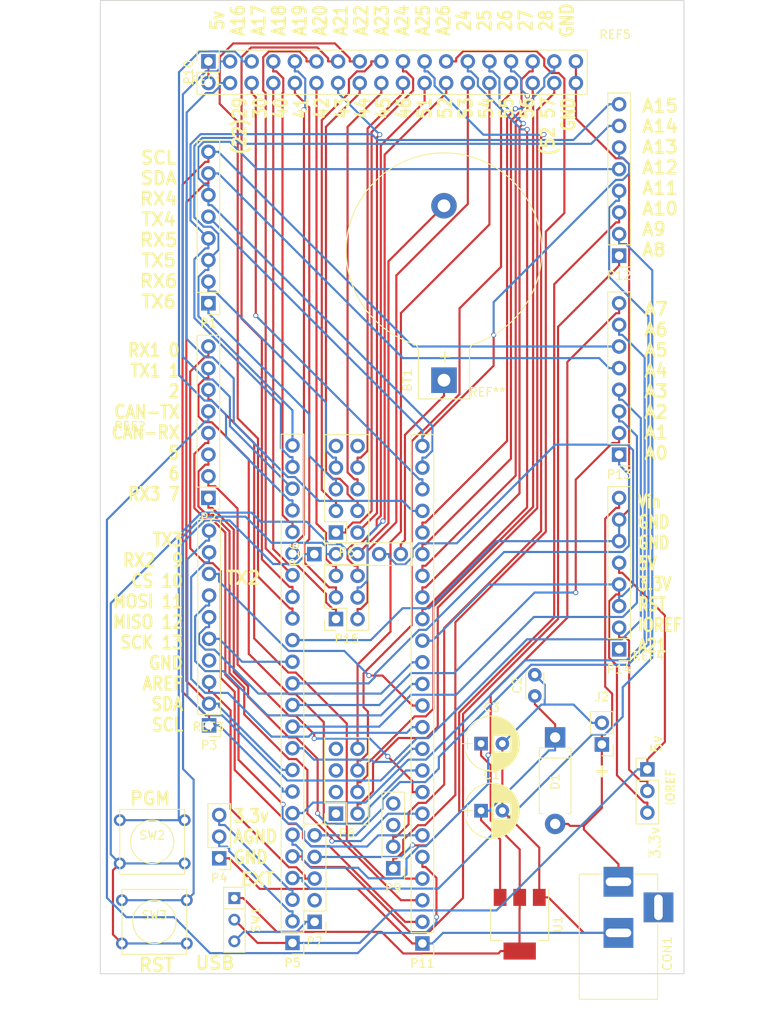
<source format=kicad_pcb>
(kicad_pcb (version 4) (host pcbnew 4.0.6)
  (layers (0 F.Cu signal) (31 B.Cu signal) (34 B.Paste user) (35 F.Paste user) (36 B.SilkS user) (37 F.SilkS user) (38 B.Mask user) (39 F.Mask user) (44 Edge.Cuts user))
  (net 0 "")
  (net 1 "Net-(C1-Pad1)")
  (net 2 "Net-(C1-Pad2)")
  (net 3 "Net-(C3-Pad1)")
  (net 4 "Net-(CON1-Pad3)")
  (net 5 "Net-(P1-Pad1)")
  (net 6 "Net-(P1-Pad2)")
  (net 7 "Net-(P1-Pad3)")
  (net 8 "Net-(P1-Pad4)")
  (net 9 "Net-(P1-Pad5)")
  (net 10 "Net-(P1-Pad6)")
  (net 11 "Net-(P1-Pad7)")
  (net 12 "Net-(P1-Pad8)")
  (net 13 "Net-(P11-Pad9)")
  (net 14 "Net-(P11-Pad8)")
  (net 15 "Net-(P11-Pad7)")
  (net 16 "Net-(P11-Pad6)")
  (net 17 "Net-(P11-Pad5)")
  (net 18 "Net-(P11-Pad4)")
  (net 19 "Net-(P11-Pad3)")
  (net 20 "Net-(P11-Pad2)")
  (net 21 "Net-(P3-Pad3)")
  (net 22 "Net-(P3-Pad4)")
  (net 23 "Net-(P3-Pad5)")
  (net 24 "Net-(P11-Pad14)")
  (net 25 "Net-(P11-Pad13)")
  (net 26 "Net-(P11-Pad12)")
  (net 27 "Net-(P11-Pad11)")
  (net 28 "Net-(P11-Pad10)")
  (net 29 "Net-(P4-Pad2)")
  (net 30 "Net-(P4-Pad3)")
  (net 31 "Net-(P12-Pad2)")
  (net 32 "Net-(P12-Pad1)")
  (net 33 "Net-(P13-Pad8)")
  (net 34 "Net-(P13-Pad7)")
  (net 35 "Net-(P13-Pad4)")
  (net 36 "Net-(P13-Pad3)")
  (net 37 "Net-(P13-Pad2)")
  (net 38 "Net-(P13-Pad1)")
  (net 39 "Net-(P10-Pad15)")
  (net 40 "Net-(P10-Pad13)")
  (net 41 "Net-(P10-Pad11)")
  (net 42 "Net-(P10-Pad9)")
  (net 43 "Net-(P10-Pad7)")
  (net 44 "Net-(P10-Pad5)")
  (net 45 "Net-(P10-Pad3)")
  (net 46 "Net-(P10-Pad14)")
  (net 47 "Net-(P10-Pad19)")
  (net 48 "Net-(P10-Pad16)")
  (net 49 "Net-(P10-Pad17)")
  (net 50 "Net-(P10-Pad18)")
  (net 51 "Net-(P10-Pad20)")
  (net 52 "Net-(P6-Pad9)")
  (net 53 "Net-(P6-Pad10)")
  (net 54 "Net-(P7-Pad1)")
  (net 55 "Net-(P7-Pad2)")
  (net 56 "Net-(P12-Pad3)")
  (net 57 "Net-(P12-Pad4)")
  (net 58 "Net-(P8-Pad1)")
  (net 59 "Net-(P10-Pad34)")
  (net 60 "Net-(P8-Pad3)")
  (net 61 "Net-(P10-Pad32)")
  (net 62 "Net-(P8-Pad5)")
  (net 63 "Net-(P10-Pad30)")
  (net 64 "Net-(P8-Pad7)")
  (net 65 "Net-(P10-Pad28)")
  (net 66 "Net-(P10-Pad23)")
  (net 67 "Net-(P10-Pad21)")
  (net 68 "Net-(P9-Pad3)")
  (net 69 "Net-(P9-Pad4)")
  (net 70 "Net-(P10-Pad4)")
  (net 71 "Net-(P10-Pad6)")
  (net 72 "Net-(P10-Pad8)")
  (net 73 "Net-(P10-Pad10)")
  (net 74 "Net-(P10-Pad12)")
  (net 75 "Net-(P10-Pad22)")
  (net 76 "Net-(P10-Pad24)")
  (net 77 "Net-(P10-Pad25)")
  (net 78 "Net-(P10-Pad26)")
  (net 79 "Net-(P10-Pad27)")
  (net 80 "Net-(P10-Pad29)")
  (net 81 "Net-(P10-Pad31)")
  (net 82 "Net-(P10-Pad33)")
  (net 83 "Net-(P10-Pad35)")
  (net 84 "Net-(P14-Pad1)")
  (net 85 "Net-(P14-Pad3)")
  (net 86 "Net-(P16-Pad2)")
  (net 87 "Net-(BT1-Pad2)")
  (net 88 "Net-(BT1-Pad1)")
  (net 89 "Net-(J1-Pad2)")
  (net 90 "Net-(J1-Pad3)")
  (net 91 "Net-(CON1-Pad1)")
  (net 92 "Net-(P16-Pad1)")
  (net 93 "Net-(P10-Pad1)")
  (net 94 "Net-(J1-Pad1)")
  (module Mounting_Holes:MountingHole_3.2mm_M3 (layer F.Cu) (at 100 105)
    (fp_text reference REF2 (at 0 -4.2) (layer F.SilkS))
    (fp_text value MountingHole_3.2mm_M3_ISO14580_Pad)
    (pad 1 np_thru_hole circle (at 0 0) (size 3.2 3.2) (drill 3.2) (layers *.Cu *.Mask))
  )
  (module Mounting_Holes:MountingHole_3.2mm_M3 (layer F.Cu) (at 160.9 132)
    (fp_text reference REF4 (at 0 -4.2) (layer F.SilkS))
    (fp_text value MountingHole_3.2mm_M3_ISO14580_Pad)
    (pad 1 np_thru_hole circle (at 0 0) (size 3.2 3.2) (drill 3.2) (layers *.Cu *.Mask))
  )
  (module Mounting_Holes:MountingHole_3.2mm_M3 (layer F.Cu) (at 109.2 140.3)
    (fp_text reference REF3 (at 0 -4.2) (layer F.SilkS))
    (fp_text value MountingHole_3.2mm_M3_ISO14580_Pad)
    (pad 1 np_thru_hole circle (at 0 0) (size 3.2 3.2) (drill 3.2) (layers *.Cu *.Mask))
  )
  (module Mounting_Holes:MountingHole_3.2mm_M3 (layer F.Cu) (at 142 101)
    (fp_text reference REF** (at 0 -4.2) (layer F.SilkS))
    (fp_text value MountingHole_3.2mm_M3_ISO14580_Pad)
    (pad 1 np_thru_hole circle (at 0 0) (size 3.2 3.2) (drill 3.2) (layers *.Cu *.Mask))
  )
  (module Mounting_Holes:MountingHole_3.2mm_M3 (layer F.Cu) (at 157 59)
    (fp_text reference REF5 (at 0 -4.2) (layer F.SilkS))
    (fp_text value MountingHole_3.2mm_M3_ISO14580_Pad)
    (pad 1 np_thru_hole circle (at 0 0) (size 3.2 3.2) (drill 3.2) (layers *.Cu *.Mask))
  )
  (module Capacitors_THT:CP_Radial_D6.3mm_P2.50mm (layer F.Cu) (at 141.259 145.948)
    (fp_text reference C1 (at 1.25 -4.21) (layer F.SilkS))
    (fp_text value CP)
    (pad 1 thru_hole rect (at 0 0) (size 1.6 1.6) (drill 0.8) (layers *.Cu *.Mask) (net 1 "Net-(C1-Pad1)"))
    (pad 2 thru_hole circle (at 2.5 0) (size 1.6 1.6) (drill 0.8) (layers *.Cu *.Mask) (net 2 "Net-(C1-Pad2)"))
  )
  (module Capacitors_THT:C_Disc_D3.0mm_W2.0mm_P2.50mm (layer F.Cu) (at 147.569 132.486 90)
    (fp_text reference C2 (at 1.25 -2.06 90) (layer F.SilkS))
    (fp_text value C)
    (pad 1 thru_hole circle (at 0 0 90) (size 1.6 1.6) (drill 0.8) (layers *.Cu *.Mask) (net 1 "Net-(C1-Pad1)"))
    (pad 2 thru_hole circle (at 2.5 0 90) (size 1.6 1.6) (drill 0.8) (layers *.Cu *.Mask) (net 2 "Net-(C1-Pad2)"))
  )
  (module Capacitors_THT:CP_Radial_D6.3mm_P2.50mm (layer F.Cu) (at 141.259 138.074)
    (fp_text reference C3 (at 1.25 -4.21) (layer F.SilkS))
    (fp_text value CP)
    (pad 1 thru_hole rect (at 0 0) (size 1.6 1.6) (drill 0.8) (layers *.Cu *.Mask) (net 3 "Net-(C3-Pad1)"))
    (pad 2 thru_hole circle (at 2.5 0) (size 1.6 1.6) (drill 0.8) (layers *.Cu *.Mask) (net 2 "Net-(C1-Pad2)"))
  )
  (module Connectors:BARREL_JACK (layer F.Cu) (at 157.4 154.3 90)
    (fp_text reference CON1 (at -8.45 5.75 270) (layer F.SilkS))
    (fp_text value BARREL_JACK)
    (pad 1 thru_hole rect (at 0 0 90) (size 3.5 3.5) (drill oval 1 3) (layers *.Cu *.Mask) (net 91 "Net-(CON1-Pad1)"))
    (pad 2 thru_hole rect (at -6 0 90) (size 3.5 3.5) (drill oval 1 3) (layers *.Cu *.Mask) (net 2 "Net-(C1-Pad2)"))
    (pad 3 thru_hole rect (at -3 4.7 90) (size 3.5 3.5) (drill oval 3 1) (layers *.Cu *.Mask) (net 4 "Net-(CON1-Pad3)"))
  )
  (module Diodes_THT:D_DO-15_P10.16mm_Horizontal (layer F.Cu) (at 149.961 137.344 270)
    (fp_text reference D1 (at 5.2 0 270) (layer F.SilkS))
    (fp_text value D_Small)
    (pad 1 thru_hole rect (at 0 0 270) (size 2.4 2.4) (drill 1.2) (layers *.Cu *.Mask) (net 1 "Net-(C1-Pad1)"))
    (pad 2 thru_hole oval (at 10.16 0 270) (size 2.4 2.4) (drill 1.2) (layers *.Cu *.Mask) (net 91 "Net-(CON1-Pad1)"))
  )
  (module Socket_Strips:Socket_Strip_Straight_1x08_Pitch2.54mm (layer F.Cu) (at 109.22 86.36 180)
    (fp_text reference P1 (at 0 -2.33 180) (layer F.SilkS))
    (fp_text value CONN_01X08)
    (pad 1 thru_hole rect (at 0 0 180) (size 1.7 1.7) (drill 1) (layers *.Cu *.Mask) (net 5 "Net-(P1-Pad1)"))
    (pad 2 thru_hole oval (at 0 2.54 180) (size 1.7 1.7) (drill 1) (layers *.Cu *.Mask) (net 6 "Net-(P1-Pad2)"))
    (pad 3 thru_hole oval (at 0 5.08 180) (size 1.7 1.7) (drill 1) (layers *.Cu *.Mask) (net 7 "Net-(P1-Pad3)"))
    (pad 4 thru_hole oval (at 0 7.62 180) (size 1.7 1.7) (drill 1) (layers *.Cu *.Mask) (net 8 "Net-(P1-Pad4)"))
    (pad 5 thru_hole oval (at 0 10.16 180) (size 1.7 1.7) (drill 1) (layers *.Cu *.Mask) (net 9 "Net-(P1-Pad5)"))
    (pad 6 thru_hole oval (at 0 12.7 180) (size 1.7 1.7) (drill 1) (layers *.Cu *.Mask) (net 10 "Net-(P1-Pad6)"))
    (pad 7 thru_hole oval (at 0 15.24 180) (size 1.7 1.7) (drill 1) (layers *.Cu *.Mask) (net 11 "Net-(P1-Pad7)"))
    (pad 8 thru_hole oval (at 0 17.78 180) (size 1.7 1.7) (drill 1) (layers *.Cu *.Mask) (net 12 "Net-(P1-Pad8)"))
  )
  (module Socket_Strips:Socket_Strip_Straight_1x08_Pitch2.54mm (layer F.Cu) (at 109.22 109.22 180)
    (fp_text reference P2 (at 0 -2.33 180) (layer F.SilkS))
    (fp_text value CONN_01X08)
    (pad 1 thru_hole rect (at 0 0 180) (size 1.7 1.7) (drill 1) (layers *.Cu *.Mask) (net 13 "Net-(P11-Pad9)"))
    (pad 2 thru_hole oval (at 0 2.54 180) (size 1.7 1.7) (drill 1) (layers *.Cu *.Mask) (net 14 "Net-(P11-Pad8)"))
    (pad 3 thru_hole oval (at 0 5.08 180) (size 1.7 1.7) (drill 1) (layers *.Cu *.Mask) (net 15 "Net-(P11-Pad7)"))
    (pad 4 thru_hole oval (at 0 7.62 180) (size 1.7 1.7) (drill 1) (layers *.Cu *.Mask) (net 16 "Net-(P11-Pad6)"))
    (pad 5 thru_hole oval (at 0 10.16 180) (size 1.7 1.7) (drill 1) (layers *.Cu *.Mask) (net 17 "Net-(P11-Pad5)"))
    (pad 6 thru_hole oval (at 0 12.7 180) (size 1.7 1.7) (drill 1) (layers *.Cu *.Mask) (net 18 "Net-(P11-Pad4)"))
    (pad 7 thru_hole oval (at 0 15.24 180) (size 1.7 1.7) (drill 1) (layers *.Cu *.Mask) (net 19 "Net-(P11-Pad3)"))
    (pad 8 thru_hole oval (at 0 17.78 180) (size 1.7 1.7) (drill 1) (layers *.Cu *.Mask) (net 20 "Net-(P11-Pad2)"))
  )
  (module Socket_Strips:Socket_Strip_Straight_1x10_Pitch2.54mm (layer F.Cu) (at 109.301 135.926 180)
    (fp_text reference P3 (at 0 -2.33 180) (layer F.SilkS))
    (fp_text value CONN_01X10)
    (pad 1 thru_hole rect (at 0 0 180) (size 1.7 1.7) (drill 1) (layers *.Cu *.Mask) (net 12 "Net-(P1-Pad8)"))
    (pad 2 thru_hole oval (at 0 2.54 180) (size 1.7 1.7) (drill 1) (layers *.Cu *.Mask) (net 11 "Net-(P1-Pad7)"))
    (pad 3 thru_hole oval (at 0 5.08 180) (size 1.7 1.7) (drill 1) (layers *.Cu *.Mask) (net 21 "Net-(P3-Pad3)"))
    (pad 4 thru_hole oval (at 0 7.62 180) (size 1.7 1.7) (drill 1) (layers *.Cu *.Mask) (net 22 "Net-(P3-Pad4)"))
    (pad 5 thru_hole oval (at 0 10.16 180) (size 1.7 1.7) (drill 1) (layers *.Cu *.Mask) (net 23 "Net-(P3-Pad5)"))
    (pad 6 thru_hole oval (at 0 12.7 180) (size 1.7 1.7) (drill 1) (layers *.Cu *.Mask) (net 24 "Net-(P11-Pad14)"))
    (pad 7 thru_hole oval (at 0 15.24 180) (size 1.7 1.7) (drill 1) (layers *.Cu *.Mask) (net 25 "Net-(P11-Pad13)"))
    (pad 8 thru_hole oval (at 0 17.78 180) (size 1.7 1.7) (drill 1) (layers *.Cu *.Mask) (net 26 "Net-(P11-Pad12)"))
    (pad 9 thru_hole oval (at 0 20.32 180) (size 1.7 1.7) (drill 1) (layers *.Cu *.Mask) (net 27 "Net-(P11-Pad11)"))
    (pad 10 thru_hole oval (at 0 22.86 180) (size 1.7 1.7) (drill 1) (layers *.Cu *.Mask) (net 28 "Net-(P11-Pad10)"))
  )
  (module Pin_Headers:Pin_Header_Straight_1x03_Pitch2.54mm (layer F.Cu) (at 110.49 151.54 180)
    (fp_text reference P4 (at 0 -2.33 180) (layer F.SilkS))
    (fp_text value CONN_01X03)
    (pad 1 thru_hole rect (at 0 0 180) (size 1.7 1.7) (drill 1) (layers *.Cu *.Mask) (net 2 "Net-(C1-Pad2)"))
    (pad 2 thru_hole oval (at 0 2.54 180) (size 1.7 1.7) (drill 1) (layers *.Cu *.Mask) (net 29 "Net-(P4-Pad2)"))
    (pad 3 thru_hole oval (at 0 5.08 180) (size 1.7 1.7) (drill 1) (layers *.Cu *.Mask) (net 30 "Net-(P4-Pad3)"))
  )
  (module Socket_Strips:Socket_Strip_Straight_1x24_Pitch2.54mm (layer F.Cu) (at 119.1 161.48 180)
    (fp_text reference P5 (at 0 -2.33 180) (layer F.SilkS))
    (fp_text value CONN_01X24)
    (pad 1 thru_hole rect (at 0 0 180) (size 1.7 1.7) (drill 1) (layers *.Cu *.Mask) (net 94 "Net-(J1-Pad1)"))
    (pad 2 thru_hole oval (at 0 2.54 180) (size 1.7 1.7) (drill 1) (layers *.Cu *.Mask) (net 29 "Net-(P4-Pad2)"))
    (pad 3 thru_hole oval (at 0 5.08 180) (size 1.7 1.7) (drill 1) (layers *.Cu *.Mask) (net 30 "Net-(P4-Pad3)"))
    (pad 4 thru_hole oval (at 0 7.62 180) (size 1.7 1.7) (drill 1) (layers *.Cu *.Mask) (net 31 "Net-(P12-Pad2)"))
    (pad 5 thru_hole oval (at 0 10.16 180) (size 1.7 1.7) (drill 1) (layers *.Cu *.Mask) (net 32 "Net-(P12-Pad1)"))
    (pad 6 thru_hole oval (at 0 12.7 180) (size 1.7 1.7) (drill 1) (layers *.Cu *.Mask) (net 33 "Net-(P13-Pad8)"))
    (pad 7 thru_hole oval (at 0 15.24 180) (size 1.7 1.7) (drill 1) (layers *.Cu *.Mask) (net 34 "Net-(P13-Pad7)"))
    (pad 8 thru_hole oval (at 0 17.78 180) (size 1.7 1.7) (drill 1) (layers *.Cu *.Mask) (net 12 "Net-(P1-Pad8)"))
    (pad 9 thru_hole oval (at 0 20.32 180) (size 1.7 1.7) (drill 1) (layers *.Cu *.Mask) (net 11 "Net-(P1-Pad7)"))
    (pad 10 thru_hole oval (at 0 22.86 180) (size 1.7 1.7) (drill 1) (layers *.Cu *.Mask) (net 35 "Net-(P13-Pad4)"))
    (pad 11 thru_hole oval (at 0 25.4 180) (size 1.7 1.7) (drill 1) (layers *.Cu *.Mask) (net 36 "Net-(P13-Pad3)"))
    (pad 12 thru_hole oval (at 0 27.94 180) (size 1.7 1.7) (drill 1) (layers *.Cu *.Mask) (net 37 "Net-(P13-Pad2)"))
    (pad 13 thru_hole oval (at 0 30.48 180) (size 1.7 1.7) (drill 1) (layers *.Cu *.Mask) (net 38 "Net-(P13-Pad1)"))
    (pad 14 thru_hole oval (at 0 33.02 180) (size 1.7 1.7) (drill 1) (layers *.Cu *.Mask) (net 23 "Net-(P3-Pad5)"))
    (pad 15 thru_hole oval (at 0 35.56 180) (size 1.7 1.7) (drill 1) (layers *.Cu *.Mask) (net 83 "Net-(P10-Pad35)"))
    (pad 16 thru_hole oval (at 0 38.1 180) (size 1.7 1.7) (drill 1) (layers *.Cu *.Mask) (net 39 "Net-(P10-Pad15)"))
    (pad 17 thru_hole oval (at 0 40.64 180) (size 1.7 1.7) (drill 1) (layers *.Cu *.Mask) (net 40 "Net-(P10-Pad13)"))
    (pad 18 thru_hole oval (at 0 43.18 180) (size 1.7 1.7) (drill 1) (layers *.Cu *.Mask) (net 41 "Net-(P10-Pad11)"))
    (pad 19 thru_hole oval (at 0 45.72 180) (size 1.7 1.7) (drill 1) (layers *.Cu *.Mask) (net 42 "Net-(P10-Pad9)"))
    (pad 20 thru_hole oval (at 0 48.26 180) (size 1.7 1.7) (drill 1) (layers *.Cu *.Mask) (net 43 "Net-(P10-Pad7)"))
    (pad 21 thru_hole oval (at 0 50.8 180) (size 1.7 1.7) (drill 1) (layers *.Cu *.Mask) (net 44 "Net-(P10-Pad5)"))
    (pad 22 thru_hole oval (at 0 53.34 180) (size 1.7 1.7) (drill 1) (layers *.Cu *.Mask) (net 45 "Net-(P10-Pad3)"))
    (pad 23 thru_hole oval (at 0 55.88 180) (size 1.7 1.7) (drill 1) (layers *.Cu *.Mask) (net 8 "Net-(P1-Pad4)"))
    (pad 24 thru_hole oval (at 0 58.42 180) (size 1.7 1.7) (drill 1) (layers *.Cu *.Mask) (net 7 "Net-(P1-Pad3)"))
  )
  (module Socket_Strips:Socket_Strip_Straight_2x05_Pitch2.54mm (layer F.Cu) (at 124.206 113.284 180)
    (fp_text reference P6 (at -1.27 -2.33 180) (layer F.SilkS))
    (fp_text value CONN_02X05)
    (pad 1 thru_hole rect (at 0 0 180) (size 1.7 1.7) (drill 1) (layers *.Cu *.Mask) (net 47 "Net-(P10-Pad19)"))
    (pad 2 thru_hole oval (at -2.54 0 180) (size 1.7 1.7) (drill 1) (layers *.Cu *.Mask) (net 46 "Net-(P10-Pad14)"))
    (pad 3 thru_hole oval (at 0 2.54 180) (size 1.7 1.7) (drill 1) (layers *.Cu *.Mask) (net 49 "Net-(P10-Pad17)"))
    (pad 4 thru_hole oval (at -2.54 2.54 180) (size 1.7 1.7) (drill 1) (layers *.Cu *.Mask) (net 48 "Net-(P10-Pad16)"))
    (pad 5 thru_hole oval (at 0 5.08 180) (size 1.7 1.7) (drill 1) (layers *.Cu *.Mask) (net 5 "Net-(P1-Pad1)"))
    (pad 6 thru_hole oval (at -2.54 5.08 180) (size 1.7 1.7) (drill 1) (layers *.Cu *.Mask) (net 50 "Net-(P10-Pad18)"))
    (pad 7 thru_hole oval (at 0 7.62 180) (size 1.7 1.7) (drill 1) (layers *.Cu *.Mask) (net 6 "Net-(P1-Pad2)"))
    (pad 8 thru_hole oval (at -2.54 7.62 180) (size 1.7 1.7) (drill 1) (layers *.Cu *.Mask) (net 51 "Net-(P10-Pad20)"))
    (pad 9 thru_hole oval (at 0 10.16 180) (size 1.7 1.7) (drill 1) (layers *.Cu *.Mask) (net 52 "Net-(P6-Pad9)"))
    (pad 10 thru_hole oval (at -2.54 10.16 180) (size 1.7 1.7) (drill 1) (layers *.Cu *.Mask) (net 53 "Net-(P6-Pad10)"))
  )
  (module Socket_Strips:Socket_Strip_Straight_1x05_Pitch2.54mm (layer F.Cu) (at 121.7 159.004 180)
    (fp_text reference P7 (at 0 -2.33 180) (layer F.SilkS))
    (fp_text value CONN_01X05)
    (pad 1 thru_hole rect (at 0 0 180) (size 1.7 1.7) (drill 1) (layers *.Cu *.Mask) (net 54 "Net-(P7-Pad1)"))
    (pad 2 thru_hole oval (at 0 2.54 180) (size 1.7 1.7) (drill 1) (layers *.Cu *.Mask) (net 55 "Net-(P7-Pad2)"))
    (pad 3 thru_hole oval (at 0 5.08 180) (size 1.7 1.7) (drill 1) (layers *.Cu *.Mask) (net 21 "Net-(P3-Pad3)"))
    (pad 4 thru_hole oval (at 0 7.62 180) (size 1.7 1.7) (drill 1) (layers *.Cu *.Mask) (net 56 "Net-(P12-Pad3)"))
    (pad 5 thru_hole oval (at 0 10.16 180) (size 1.7 1.7) (drill 1) (layers *.Cu *.Mask) (net 57 "Net-(P12-Pad4)"))
  )
  (module Socket_Strips:Socket_Strip_Straight_2x04_Pitch2.54mm (layer F.Cu) (at 124.206 146.304 180)
    (fp_text reference P8 (at -1.27 -2.33 180) (layer F.SilkS))
    (fp_text value CONN_02X04)
    (pad 1 thru_hole rect (at 0 0 180) (size 1.7 1.7) (drill 1) (layers *.Cu *.Mask) (net 58 "Net-(P8-Pad1)"))
    (pad 2 thru_hole oval (at -2.54 0 180) (size 1.7 1.7) (drill 1) (layers *.Cu *.Mask) (net 59 "Net-(P10-Pad34)"))
    (pad 3 thru_hole oval (at 0 2.54 180) (size 1.7 1.7) (drill 1) (layers *.Cu *.Mask) (net 60 "Net-(P8-Pad3)"))
    (pad 4 thru_hole oval (at -2.54 2.54 180) (size 1.7 1.7) (drill 1) (layers *.Cu *.Mask) (net 61 "Net-(P10-Pad32)"))
    (pad 5 thru_hole oval (at 0 5.08 180) (size 1.7 1.7) (drill 1) (layers *.Cu *.Mask) (net 62 "Net-(P8-Pad5)"))
    (pad 6 thru_hole oval (at -2.54 5.08 180) (size 1.7 1.7) (drill 1) (layers *.Cu *.Mask) (net 63 "Net-(P10-Pad30)"))
    (pad 7 thru_hole oval (at 0 7.62 180) (size 1.7 1.7) (drill 1) (layers *.Cu *.Mask) (net 64 "Net-(P8-Pad7)"))
    (pad 8 thru_hole oval (at -2.54 7.62 180) (size 1.7 1.7) (drill 1) (layers *.Cu *.Mask) (net 65 "Net-(P10-Pad28)"))
  )
  (module Socket_Strips:Socket_Strip_Straight_1x04_Pitch2.54mm (layer F.Cu) (at 130.937 152.718 180)
    (fp_text reference P9 (at 0 -2.33 180) (layer F.SilkS))
    (fp_text value CONN_01X04)
    (pad 1 thru_hole rect (at 0 0 180) (size 1.7 1.7) (drill 1) (layers *.Cu *.Mask) (net 66 "Net-(P10-Pad23)"))
    (pad 2 thru_hole oval (at 0 2.54 180) (size 1.7 1.7) (drill 1) (layers *.Cu *.Mask) (net 67 "Net-(P10-Pad21)"))
    (pad 3 thru_hole oval (at 0 5.08 180) (size 1.7 1.7) (drill 1) (layers *.Cu *.Mask) (net 68 "Net-(P9-Pad3)"))
    (pad 4 thru_hole oval (at 0 7.62 180) (size 1.7 1.7) (drill 1) (layers *.Cu *.Mask) (net 69 "Net-(P9-Pad4)"))
  )
  (module Socket_Strips:Socket_Strip_Straight_2x18_Pitch2.54mm (layer F.Cu) (at 109.22 57.96 90)
    (fp_text reference P10 (at -1.27 -2.33 90) (layer F.SilkS))
    (fp_text value CONN_02X18)
    (pad 1 thru_hole rect (at 0 0 90) (size 1.7 1.7) (drill 1) (layers *.Cu *.Mask) (net 93 "Net-(P10-Pad1)"))
    (pad 2 thru_hole oval (at -2.54 0 90) (size 1.7 1.7) (drill 1) (layers *.Cu *.Mask) (net 93 "Net-(P10-Pad1)"))
    (pad 3 thru_hole oval (at 0 2.54 90) (size 1.7 1.7) (drill 1) (layers *.Cu *.Mask) (net 45 "Net-(P10-Pad3)"))
    (pad 4 thru_hole oval (at -2.54 2.54 90) (size 1.7 1.7) (drill 1) (layers *.Cu *.Mask) (net 70 "Net-(P10-Pad4)"))
    (pad 5 thru_hole oval (at 0 5.08 90) (size 1.7 1.7) (drill 1) (layers *.Cu *.Mask) (net 44 "Net-(P10-Pad5)"))
    (pad 6 thru_hole oval (at -2.54 5.08 90) (size 1.7 1.7) (drill 1) (layers *.Cu *.Mask) (net 71 "Net-(P10-Pad6)"))
    (pad 7 thru_hole oval (at 0 7.62 90) (size 1.7 1.7) (drill 1) (layers *.Cu *.Mask) (net 43 "Net-(P10-Pad7)"))
    (pad 8 thru_hole oval (at -2.54 7.62 90) (size 1.7 1.7) (drill 1) (layers *.Cu *.Mask) (net 72 "Net-(P10-Pad8)"))
    (pad 9 thru_hole oval (at 0 10.16 90) (size 1.7 1.7) (drill 1) (layers *.Cu *.Mask) (net 42 "Net-(P10-Pad9)"))
    (pad 10 thru_hole oval (at -2.54 10.16 90) (size 1.7 1.7) (drill 1) (layers *.Cu *.Mask) (net 73 "Net-(P10-Pad10)"))
    (pad 11 thru_hole oval (at 0 12.7 90) (size 1.7 1.7) (drill 1) (layers *.Cu *.Mask) (net 41 "Net-(P10-Pad11)"))
    (pad 12 thru_hole oval (at -2.54 12.7 90) (size 1.7 1.7) (drill 1) (layers *.Cu *.Mask) (net 74 "Net-(P10-Pad12)"))
    (pad 13 thru_hole oval (at 0 15.24 90) (size 1.7 1.7) (drill 1) (layers *.Cu *.Mask) (net 40 "Net-(P10-Pad13)"))
    (pad 14 thru_hole oval (at -2.54 15.24 90) (size 1.7 1.7) (drill 1) (layers *.Cu *.Mask) (net 46 "Net-(P10-Pad14)"))
    (pad 15 thru_hole oval (at 0 17.78 90) (size 1.7 1.7) (drill 1) (layers *.Cu *.Mask) (net 39 "Net-(P10-Pad15)"))
    (pad 16 thru_hole oval (at -2.54 17.78 90) (size 1.7 1.7) (drill 1) (layers *.Cu *.Mask) (net 48 "Net-(P10-Pad16)"))
    (pad 17 thru_hole oval (at 0 20.32 90) (size 1.7 1.7) (drill 1) (layers *.Cu *.Mask) (net 49 "Net-(P10-Pad17)"))
    (pad 18 thru_hole oval (at -2.54 20.32 90) (size 1.7 1.7) (drill 1) (layers *.Cu *.Mask) (net 50 "Net-(P10-Pad18)"))
    (pad 19 thru_hole oval (at 0 22.86 90) (size 1.7 1.7) (drill 1) (layers *.Cu *.Mask) (net 47 "Net-(P10-Pad19)"))
    (pad 20 thru_hole oval (at -2.54 22.86 90) (size 1.7 1.7) (drill 1) (layers *.Cu *.Mask) (net 51 "Net-(P10-Pad20)"))
    (pad 21 thru_hole oval (at 0 25.4 90) (size 1.7 1.7) (drill 1) (layers *.Cu *.Mask) (net 67 "Net-(P10-Pad21)"))
    (pad 22 thru_hole oval (at -2.54 25.4 90) (size 1.7 1.7) (drill 1) (layers *.Cu *.Mask) (net 75 "Net-(P10-Pad22)"))
    (pad 23 thru_hole oval (at 0 27.94 90) (size 1.7 1.7) (drill 1) (layers *.Cu *.Mask) (net 66 "Net-(P10-Pad23)"))
    (pad 24 thru_hole oval (at -2.54 27.94 90) (size 1.7 1.7) (drill 1) (layers *.Cu *.Mask) (net 76 "Net-(P10-Pad24)"))
    (pad 25 thru_hole oval (at 0 30.48 90) (size 1.7 1.7) (drill 1) (layers *.Cu *.Mask) (net 77 "Net-(P10-Pad25)"))
    (pad 26 thru_hole oval (at -2.54 30.48 90) (size 1.7 1.7) (drill 1) (layers *.Cu *.Mask) (net 78 "Net-(P10-Pad26)"))
    (pad 27 thru_hole oval (at 0 33.02 90) (size 1.7 1.7) (drill 1) (layers *.Cu *.Mask) (net 79 "Net-(P10-Pad27)"))
    (pad 28 thru_hole oval (at -2.54 33.02 90) (size 1.7 1.7) (drill 1) (layers *.Cu *.Mask) (net 65 "Net-(P10-Pad28)"))
    (pad 29 thru_hole oval (at 0 35.56 90) (size 1.7 1.7) (drill 1) (layers *.Cu *.Mask) (net 80 "Net-(P10-Pad29)"))
    (pad 30 thru_hole oval (at -2.54 35.56 90) (size 1.7 1.7) (drill 1) (layers *.Cu *.Mask) (net 63 "Net-(P10-Pad30)"))
    (pad 31 thru_hole oval (at 0 38.1 90) (size 1.7 1.7) (drill 1) (layers *.Cu *.Mask) (net 81 "Net-(P10-Pad31)"))
    (pad 32 thru_hole oval (at -2.54 38.1 90) (size 1.7 1.7) (drill 1) (layers *.Cu *.Mask) (net 61 "Net-(P10-Pad32)"))
    (pad 33 thru_hole oval (at 0 40.64 90) (size 1.7 1.7) (drill 1) (layers *.Cu *.Mask) (net 82 "Net-(P10-Pad33)"))
    (pad 34 thru_hole oval (at -2.54 40.64 90) (size 1.7 1.7) (drill 1) (layers *.Cu *.Mask) (net 59 "Net-(P10-Pad34)"))
    (pad 35 thru_hole oval (at 0 43.18 90) (size 1.7 1.7) (drill 1) (layers *.Cu *.Mask) (net 83 "Net-(P10-Pad35)"))
    (pad 36 thru_hole oval (at -2.54 43.18 90) (size 1.7 1.7) (drill 1) (layers *.Cu *.Mask) (net 83 "Net-(P10-Pad35)"))
  )
  (module Socket_Strips:Socket_Strip_Straight_1x24_Pitch2.54mm (layer F.Cu) (at 134.366 161.544 180)
    (fp_text reference P11 (at 0 -2.33 180) (layer F.SilkS))
    (fp_text value CONN_01X24)
    (pad 1 thru_hole rect (at 0 0 180) (size 1.7 1.7) (drill 1) (layers *.Cu *.Mask) (net 2 "Net-(C1-Pad2)"))
    (pad 2 thru_hole oval (at 0 2.54 180) (size 1.7 1.7) (drill 1) (layers *.Cu *.Mask) (net 20 "Net-(P11-Pad2)"))
    (pad 3 thru_hole oval (at 0 5.08 180) (size 1.7 1.7) (drill 1) (layers *.Cu *.Mask) (net 19 "Net-(P11-Pad3)"))
    (pad 4 thru_hole oval (at 0 7.62 180) (size 1.7 1.7) (drill 1) (layers *.Cu *.Mask) (net 18 "Net-(P11-Pad4)"))
    (pad 5 thru_hole oval (at 0 10.16 180) (size 1.7 1.7) (drill 1) (layers *.Cu *.Mask) (net 17 "Net-(P11-Pad5)"))
    (pad 6 thru_hole oval (at 0 12.7 180) (size 1.7 1.7) (drill 1) (layers *.Cu *.Mask) (net 16 "Net-(P11-Pad6)"))
    (pad 7 thru_hole oval (at 0 15.24 180) (size 1.7 1.7) (drill 1) (layers *.Cu *.Mask) (net 15 "Net-(P11-Pad7)"))
    (pad 8 thru_hole oval (at 0 17.78 180) (size 1.7 1.7) (drill 1) (layers *.Cu *.Mask) (net 14 "Net-(P11-Pad8)"))
    (pad 9 thru_hole oval (at 0 20.32 180) (size 1.7 1.7) (drill 1) (layers *.Cu *.Mask) (net 13 "Net-(P11-Pad9)"))
    (pad 10 thru_hole oval (at 0 22.86 180) (size 1.7 1.7) (drill 1) (layers *.Cu *.Mask) (net 28 "Net-(P11-Pad10)"))
    (pad 11 thru_hole oval (at 0 25.4 180) (size 1.7 1.7) (drill 1) (layers *.Cu *.Mask) (net 27 "Net-(P11-Pad11)"))
    (pad 12 thru_hole oval (at 0 27.94 180) (size 1.7 1.7) (drill 1) (layers *.Cu *.Mask) (net 26 "Net-(P11-Pad12)"))
    (pad 13 thru_hole oval (at 0 30.48 180) (size 1.7 1.7) (drill 1) (layers *.Cu *.Mask) (net 25 "Net-(P11-Pad13)"))
    (pad 14 thru_hole oval (at 0 33.02 180) (size 1.7 1.7) (drill 1) (layers *.Cu *.Mask) (net 24 "Net-(P11-Pad14)"))
    (pad 15 thru_hole oval (at 0 35.56 180) (size 1.7 1.7) (drill 1) (layers *.Cu *.Mask) (net 90 "Net-(J1-Pad3)"))
    (pad 16 thru_hole oval (at 0 38.1 180) (size 1.7 1.7) (drill 1) (layers *.Cu *.Mask) (net 77 "Net-(P10-Pad25)"))
    (pad 17 thru_hole oval (at 0 40.64 180) (size 1.7 1.7) (drill 1) (layers *.Cu *.Mask) (net 79 "Net-(P10-Pad27)"))
    (pad 18 thru_hole oval (at 0 43.18 180) (size 1.7 1.7) (drill 1) (layers *.Cu *.Mask) (net 80 "Net-(P10-Pad29)"))
    (pad 19 thru_hole oval (at 0 45.72 180) (size 1.7 1.7) (drill 1) (layers *.Cu *.Mask) (net 81 "Net-(P10-Pad31)"))
    (pad 20 thru_hole oval (at 0 48.26 180) (size 1.7 1.7) (drill 1) (layers *.Cu *.Mask) (net 82 "Net-(P10-Pad33)"))
    (pad 21 thru_hole oval (at 0 50.8 180) (size 1.7 1.7) (drill 1) (layers *.Cu *.Mask) (net 70 "Net-(P10-Pad4)"))
    (pad 22 thru_hole oval (at 0 53.34 180) (size 1.7 1.7) (drill 1) (layers *.Cu *.Mask) (net 71 "Net-(P10-Pad6)"))
    (pad 23 thru_hole oval (at 0 55.88 180) (size 1.7 1.7) (drill 1) (layers *.Cu *.Mask) (net 10 "Net-(P1-Pad6)"))
    (pad 24 thru_hole oval (at 0 58.42 180) (size 1.7 1.7) (drill 1) (layers *.Cu *.Mask) (net 9 "Net-(P1-Pad5)"))
  )
  (module Socket_Strips:Socket_Strip_Straight_1x08_Pitch2.54mm (layer F.Cu) (at 157.48 80.772 180)
    (fp_text reference P12 (at 0 -2.33 180) (layer F.SilkS))
    (fp_text value CONN_01X08)
    (pad 1 thru_hole rect (at 0 0 180) (size 1.7 1.7) (drill 1) (layers *.Cu *.Mask) (net 32 "Net-(P12-Pad1)"))
    (pad 2 thru_hole oval (at 0 2.54 180) (size 1.7 1.7) (drill 1) (layers *.Cu *.Mask) (net 31 "Net-(P12-Pad2)"))
    (pad 3 thru_hole oval (at 0 5.08 180) (size 1.7 1.7) (drill 1) (layers *.Cu *.Mask) (net 56 "Net-(P12-Pad3)"))
    (pad 4 thru_hole oval (at 0 7.62 180) (size 1.7 1.7) (drill 1) (layers *.Cu *.Mask) (net 57 "Net-(P12-Pad4)"))
    (pad 5 thru_hole oval (at 0 10.16 180) (size 1.7 1.7) (drill 1) (layers *.Cu *.Mask) (net 10 "Net-(P1-Pad6)"))
    (pad 6 thru_hole oval (at 0 12.7 180) (size 1.7 1.7) (drill 1) (layers *.Cu *.Mask) (net 9 "Net-(P1-Pad5)"))
    (pad 7 thru_hole oval (at 0 15.24 180) (size 1.7 1.7) (drill 1) (layers *.Cu *.Mask) (net 7 "Net-(P1-Pad3)"))
    (pad 8 thru_hole oval (at 0 17.78 180) (size 1.7 1.7) (drill 1) (layers *.Cu *.Mask) (net 8 "Net-(P1-Pad4)"))
  )
  (module Socket_Strips:Socket_Strip_Straight_1x08_Pitch2.54mm (layer F.Cu) (at 157.48 104.14 180)
    (fp_text reference P13 (at 0 -2.33 180) (layer F.SilkS))
    (fp_text value CONN_01X08)
    (pad 1 thru_hole rect (at 0 0 180) (size 1.7 1.7) (drill 1) (layers *.Cu *.Mask) (net 38 "Net-(P13-Pad1)"))
    (pad 2 thru_hole oval (at 0 2.54 180) (size 1.7 1.7) (drill 1) (layers *.Cu *.Mask) (net 37 "Net-(P13-Pad2)"))
    (pad 3 thru_hole oval (at 0 5.08 180) (size 1.7 1.7) (drill 1) (layers *.Cu *.Mask) (net 36 "Net-(P13-Pad3)"))
    (pad 4 thru_hole oval (at 0 7.62 180) (size 1.7 1.7) (drill 1) (layers *.Cu *.Mask) (net 35 "Net-(P13-Pad4)"))
    (pad 5 thru_hole oval (at 0 10.16 180) (size 1.7 1.7) (drill 1) (layers *.Cu *.Mask) (net 11 "Net-(P1-Pad7)"))
    (pad 6 thru_hole oval (at 0 12.7 180) (size 1.7 1.7) (drill 1) (layers *.Cu *.Mask) (net 12 "Net-(P1-Pad8)"))
    (pad 7 thru_hole oval (at 0 15.24 180) (size 1.7 1.7) (drill 1) (layers *.Cu *.Mask) (net 34 "Net-(P13-Pad7)"))
    (pad 8 thru_hole oval (at 0 17.78 180) (size 1.7 1.7) (drill 1) (layers *.Cu *.Mask) (net 33 "Net-(P13-Pad8)"))
  )
  (module Socket_Strips:Socket_Strip_Straight_1x08_Pitch2.54mm (layer F.Cu) (at 157.48 127 180)
    (fp_text reference P14 (at 0 -2.33 180) (layer F.SilkS))
    (fp_text value CONN_01X08)
    (pad 1 thru_hole rect (at 0 0 180) (size 1.7 1.7) (drill 1) (layers *.Cu *.Mask) (net 84 "Net-(P14-Pad1)"))
    (pad 2 thru_hole oval (at 0 2.54 180) (size 1.7 1.7) (drill 1) (layers *.Cu *.Mask) (net 89 "Net-(J1-Pad2)"))
    (pad 3 thru_hole oval (at 0 5.08 180) (size 1.7 1.7) (drill 1) (layers *.Cu *.Mask) (net 85 "Net-(P14-Pad3)"))
    (pad 4 thru_hole oval (at 0 7.62 180) (size 1.7 1.7) (drill 1) (layers *.Cu *.Mask) (net 90 "Net-(J1-Pad3)"))
    (pad 5 thru_hole oval (at 0 10.16 180) (size 1.7 1.7) (drill 1) (layers *.Cu *.Mask) (net 94 "Net-(J1-Pad1)"))
    (pad 6 thru_hole oval (at 0 12.7 180) (size 1.7 1.7) (drill 1) (layers *.Cu *.Mask) (net 83 "Net-(P10-Pad35)"))
    (pad 7 thru_hole oval (at 0 15.24 180) (size 1.7 1.7) (drill 1) (layers *.Cu *.Mask) (net 83 "Net-(P10-Pad35)"))
    (pad 8 thru_hole oval (at 0 17.78 180) (size 1.7 1.7) (drill 1) (layers *.Cu *.Mask) (net 91 "Net-(CON1-Pad1)"))
  )
  (module Socket_Strips:Socket_Strip_Straight_2x03_Pitch2.54mm (layer F.Cu) (at 124.206 123.444 180)
    (fp_text reference P15 (at -1.27 -2.33 180) (layer F.SilkS))
    (fp_text value CONN_02X03)
    (pad 1 thru_hole rect (at 0 0 180) (size 1.7 1.7) (drill 1) (layers *.Cu *.Mask) (net 72 "Net-(P10-Pad8)"))
    (pad 2 thru_hole oval (at -2.54 0 180) (size 1.7 1.7) (drill 1) (layers *.Cu *.Mask) (net 78 "Net-(P10-Pad26)"))
    (pad 3 thru_hole oval (at 0 2.54 180) (size 1.7 1.7) (drill 1) (layers *.Cu *.Mask) (net 73 "Net-(P10-Pad10)"))
    (pad 4 thru_hole oval (at -2.54 2.54 180) (size 1.7 1.7) (drill 1) (layers *.Cu *.Mask) (net 76 "Net-(P10-Pad24)"))
    (pad 5 thru_hole oval (at 0 5.08 180) (size 1.7 1.7) (drill 1) (layers *.Cu *.Mask) (net 74 "Net-(P10-Pad12)"))
    (pad 6 thru_hole oval (at -2.54 5.08 180) (size 1.7 1.7) (drill 1) (layers *.Cu *.Mask) (net 75 "Net-(P10-Pad22)"))
  )
  (module Socket_Strips:Socket_Strip_Straight_1x05_Pitch2.54mm (layer F.Cu) (at 121.666 115.824 90)
    (fp_text reference P16 (at 0 -2.33 90) (layer F.SilkS))
    (fp_text value CONN_01X05)
    (pad 1 thru_hole rect (at 0 0 90) (size 1.7 1.7) (drill 1) (layers *.Cu *.Mask) (net 92 "Net-(P16-Pad1)"))
    (pad 2 thru_hole oval (at 0 2.54 90) (size 1.7 1.7) (drill 1) (layers *.Cu *.Mask) (net 86 "Net-(P16-Pad2)"))
    (pad 3 thru_hole oval (at 0 5.08 90) (size 1.7 1.7) (drill 1) (layers *.Cu *.Mask) (net 87 "Net-(BT1-Pad2)"))
    (pad 4 thru_hole oval (at 0 7.62 90) (size 1.7 1.7) (drill 1) (layers *.Cu *.Mask) (net 85 "Net-(P14-Pad3)"))
    (pad 5 thru_hole oval (at 0 10.16 90) (size 1.7 1.7) (drill 1) (layers *.Cu *.Mask) (net 88 "Net-(BT1-Pad1)"))
  )
  (module TO_SOT_Packages_SMD:SOT-223 (layer F.Cu) (at 145.796 159.283 270)
    (fp_text reference U1 (at 0 -4.5 270) (layer F.SilkS))
    (fp_text value NCP1117ST50T3G_MountingTab)
    (pad 4 smd rect (at 3.15 0 270) (size 2 3.8) (layers F.Cu F.Paste F.Mask) (net 3 "Net-(C3-Pad1)"))
    (pad 2 smd rect (at -3.15 0 270) (size 2 1.5) (layers F.Cu F.Paste F.Mask) (net 3 "Net-(C3-Pad1)"))
    (pad 3 smd rect (at -3.15 2.3 270) (size 2 1.5) (layers F.Cu F.Paste F.Mask) (net 1 "Net-(C1-Pad1)"))
    (pad 1 smd rect (at -3.15 -2.3 270) (size 2 1.5) (layers F.Cu F.Paste F.Mask) (net 2 "Net-(C1-Pad2)"))
  )
  (module Buttons_Switches_THT:SW_PUSH_SMALL (layer F.Cu) (at 102.87 159.004)
    (fp_text reference SW3 (at 0 -0.762) (layer F.SilkS))
    (fp_text value RST)
    (pad 1 thru_hole circle (at 3.81 -2.54) (size 1.397 1.397) (drill 0.8128) (layers *.Cu *.Mask) (net 92 "Net-(P16-Pad1)"))
    (pad 2 thru_hole circle (at 3.81 2.54) (size 1.397 1.397) (drill 0.8128) (layers *.Cu *.Mask) (net 87 "Net-(BT1-Pad2)"))
    (pad 1 thru_hole circle (at -3.81 -2.54) (size 1.397 1.397) (drill 0.8128) (layers *.Cu *.Mask) (net 92 "Net-(P16-Pad1)"))
    (pad 2 thru_hole circle (at -3.81 2.54) (size 1.397 1.397) (drill 0.8128) (layers *.Cu *.Mask) (net 87 "Net-(BT1-Pad2)"))
  )
  (module Buttons_Switches_THT:SW_PUSH_SMALL (layer F.Cu) (at 102.616 149.606)
    (fp_text reference SW2 (at 0 -0.762) (layer F.SilkS))
    (fp_text value PGM)
    (pad 1 thru_hole circle (at 3.81 -2.54) (size 1.397 1.397) (drill 0.8128) (layers *.Cu *.Mask) (net 86 "Net-(P16-Pad2)"))
    (pad 2 thru_hole circle (at 3.81 2.54) (size 1.397 1.397) (drill 0.8128) (layers *.Cu *.Mask) (net 87 "Net-(BT1-Pad2)"))
    (pad 1 thru_hole circle (at -3.81 -2.54) (size 1.397 1.397) (drill 0.8128) (layers *.Cu *.Mask) (net 86 "Net-(P16-Pad2)"))
    (pad 2 thru_hole circle (at -3.81 2.54) (size 1.397 1.397) (drill 0.8128) (layers *.Cu *.Mask) (net 87 "Net-(BT1-Pad2)"))
  )
  (module Buttons_Switches_THT:SW_Micro_SPST (layer F.Cu) (at 112.268 158.75 270)
    (fp_text reference SW1 (at 0 -2.54 270) (layer F.SilkS))
    (fp_text value "PWR SEL")
    (pad 1 thru_hole rect (at -2.54 0 270) (size 1.397 1.397) (drill 0.8128) (layers *.Cu *.Mask) (net 3 "Net-(C3-Pad1)"))
    (pad 2 thru_hole circle (at 0 0 270) (size 1.397 1.397) (drill 0.8128) (layers *.Cu *.Mask) (net 94 "Net-(J1-Pad1)"))
    (pad 3 thru_hole circle (at 2.54 0 270) (size 1.397 1.397) (drill 0.8128) (layers *.Cu *.Mask) (net 54 "Net-(P7-Pad1)"))
  )
  (module Battery_Holders:Keystone_103_1x20mm-CoinCell (layer F.Cu) (at 136.9 95.4 90)
    (fp_text reference BT1 (at 0 -4.3 90) (layer F.SilkS))
    (fp_text value BATTERY)
    (fp_text user + (at 2.75 0 90) (layer F.SilkS) (effects (font (size 1.5 1.5))))
    (pad 2 thru_hole circle (at 20.49 0 90) (size 3 3) (drill 1.5) (layers *.Cu *.Mask) (net 87 "Net-(BT1-Pad2)"))
    (pad 1 thru_hole rect (at 0 0 90) (size 3 3) (drill 1.5) (layers *.Cu *.Mask) (net 88 "Net-(BT1-Pad1)"))
  )
  (module Mounting_Holes:MountingHole_3.2mm_M3 (layer F.Cu) (at 109 64.4)
    (fp_text reference REF1 (at 0 -4.2) (layer F.SilkS))
    (fp_text value MountingHole_3.2mm_M3_ISO14580_Pad)
    (pad 1 np_thru_hole circle (at 0 0) (size 3.2 3.2) (drill 3.2) (layers *.Cu *.Mask))
  )
  (module Pin_Headers:Pin_Header_Straight_1x03_Pitch2.54mm (layer F.Cu) (at 160.8 141.1)
    (fp_text reference J1 hide)
    (fp_text value CONN_01X03)
    (pad 1 thru_hole rect (at 0 0) (size 1.7 1.7) (drill 1) (layers *.Cu *.Mask) (net 94 "Net-(J1-Pad1)"))
    (pad 2 thru_hole oval (at 0 2.54) (size 1.7 1.7) (drill 1) (layers *.Cu *.Mask) (net 89 "Net-(J1-Pad2)"))
    (pad 3 thru_hole oval (at 0 5.08) (size 1.7 1.7) (drill 1) (layers *.Cu *.Mask) (net 90 "Net-(J1-Pad3)"))
  )
  (module Pin_Headers:Pin_Header_Straight_1x02_Pitch2.54mm (layer F.Cu) (at 155.448 138.176 180)
    (fp_text reference J2 (at 0 5.588 180) (layer F.SilkS))
    (fp_text value CONN_01X02)
    (pad 1 thru_hole rect (at 0 0 180) (size 1.7 1.7) (drill 1) (layers *.Cu *.Mask) (net 91 "Net-(CON1-Pad1)"))
    (pad 2 thru_hole oval (at 0 2.54 180) (size 1.7 1.7) (drill 1) (layers *.Cu *.Mask) (net 2 "Net-(C1-Pad2)"))
  )
  (gr_text + (at 155.448 141.224) (layer F.SilkS) (effects (font (size 1.5 1.5) (thickness 0.3))))
  (gr_text IOREF (at 163.5 143.2 90) (layer F.SilkS) (effects (font (size 1 1) (thickness 0.2))))
  (gr_text 3.3v (at 161.7 149.7 90) (layer F.SilkS) (effects (font (size 1.2 1.2) (thickness 0.2))))
  (gr_text 5v (at 161.9 138.1 90) (layer F.SilkS) (effects (font (size 1.2 1.2) (thickness 0.2))))
  (gr_text "3.3v\nAGND\nGND" (at 112 149) (layer F.SilkS) (effects (font (size 1.5 1.3) (thickness 0.3)) (justify left)))
  (gr_text "\n(22)29\n30\n40\n41\n42\n43\n44\n45\n46\n51\n52\n53\n54\n55\n56\n(52 57\nGND" (at 131 62 90) (layer F.SilkS) (effects (font (size 1.5 1.3) (thickness 0.3)) (justify right)))
  (gr_text "5v\nA16\nA17\nA18\nA19\nA20\nA21\nA22\nA23\nA24\nA25\nA26\n24\n25\n26\n27\n28\nGND" (at 130.81 53.1495 90) (layer F.SilkS) (effects (font (size 1.5 1.3) (thickness 0.3))))
  (gr_text "Vin\nGND\nGND\n5V\n3.3V\nRST\nIOREF\nA21" (at 159.512 118.11) (layer F.SilkS) (effects (font (size 1.5 1.2) (thickness 0.3)) (justify left)))
  (gr_text "A7\nA6\nA5\nA4\nA3\nA2\nA1\nA0" (at 160.274 95.504) (layer F.SilkS) (effects (font (size 1.5 1.5) (thickness 0.3)) (justify left)))
  (gr_text "A15\nA14\nA13\nA12\nA11\nA10\nA9\nA8" (at 160.02 71.628) (layer F.SilkS) (effects (font (size 1.5 1.5) (thickness 0.3)) (justify left)))
  (gr_text "RX1 0\nTX1 1\n2\nCAN-TX\nCAN-RX\n5\n6\nRX3 7\n" (at 106 100.33) (layer F.SilkS) (effects (font (size 1.5 1.3) (thickness 0.3)) (justify right)))
  (gr_text TX2 (at 113.284 118.618) (layer F.SilkS) (effects (font (size 1.5 1.5) (thickness 0.3))))
  (gr_text "TX3\nRX2  9\nCS 10\nMOSI 11\nMISO 12\nSCK 13\nGND\nAREF\nSDA\nSCL\n" (at 106.4006 125) (layer F.SilkS) (effects (font (size 1.5 1.3) (thickness 0.3)) (justify right)))
  (gr_text "SCL\nSDA\nRX4\nTX4\nRX5\nTX5\nRX6\nTX6\n" (at 103.378 77.724) (layer F.SilkS) (effects (font (size 1.5 1.5) (thickness 0.3))))
  (gr_text EXT (at 115 154) (layer F.SilkS) (effects (font (size 1.5 1.5) (thickness 0.3))))
  (gr_text USB (at 110 163.83) (layer F.SilkS) (effects (font (size 1.5 1.5) (thickness 0.3))))
  (gr_text PGM (at 102.362 144.526) (layer F.SilkS) (effects (font (size 1.5 1.5) (thickness 0.3))))
  (gr_text RST (at 103.124 164.084) (layer F.SilkS) (effects (font (size 1.5 1.5) (thickness 0.3))))
  (gr_line (start 96.52 165.1) (end 96.52 50.8) (layer Edge.Cuts) (width 0.1))
  (gr_line (start 165.1 165.1) (end 96.52 165.1) (layer Edge.Cuts) (width 0.1))
  (gr_line (start 165.1 50.8) (end 165.1 165.1) (layer Edge.Cuts) (width 0.1))
  (gr_line (start 96.52 50.8) (end 165.1 50.8) (layer Edge.Cuts) (width 0.1))
  (segment (start 141.259 145.948) (end 141.259 147.0733) (width 0.25) (layer F.Cu) (net 1))
  (segment (start 143.496 149.3103) (end 143.496 156.133) (width 0.25) (layer F.Cu) (net 1))
  (segment (start 141.259 147.0733) (end 143.496 149.3103) (width 0.25) (layer F.Cu) (net 1))
  (segment (start 149.2374 138.8693) (end 149.961 138.8693) (width 0.25) (layer B.Cu) (net 1))
  (segment (start 142.3843 145.7224) (end 149.2374 138.8693) (width 0.25) (layer B.Cu) (net 1))
  (segment (start 142.3843 145.948) (end 142.3843 145.7224) (width 0.25) (layer B.Cu) (net 1))
  (segment (start 141.259 145.948) (end 142.3843 145.948) (width 0.25) (layer B.Cu) (net 1))
  (segment (start 149.961 137.344) (end 149.961 138.8693) (width 0.25) (layer B.Cu) (net 1))
  (segment (start 147.569 133.4267) (end 147.569 132.486) (width 0.25) (layer F.Cu) (net 1))
  (segment (start 149.961 135.8187) (end 147.569 133.4267) (width 0.25) (layer F.Cu) (net 1))
  (segment (start 149.961 137.344) (end 149.961 135.8187) (width 0.25) (layer F.Cu) (net 1))
  (segment (start 155.448 135.636) (end 154.2727 135.636) (width 0.25) (layer B.Cu) (net 2))
  (segment (start 148.7306 131.1476) (end 147.569 129.986) (width 0.25) (layer B.Cu) (net 2))
  (segment (start 148.7306 133.4908) (end 148.7306 131.1476) (width 0.25) (layer B.Cu) (net 2))
  (segment (start 152.1275 133.4908) (end 148.7306 133.4908) (width 0.25) (layer B.Cu) (net 2))
  (segment (start 154.2727 135.636) (end 152.1275 133.4908) (width 0.25) (layer B.Cu) (net 2))
  (segment (start 148.3422 133.4908) (end 143.759 138.074) (width 0.25) (layer B.Cu) (net 2))
  (segment (start 148.7306 133.4908) (end 148.3422 133.4908) (width 0.25) (layer B.Cu) (net 2))
  (segment (start 143.759 138.074) (end 143.759 145.948) (width 0.25) (layer F.Cu) (net 2))
  (segment (start 148.096 150.285) (end 148.096 156.133) (width 0.25) (layer F.Cu) (net 2))
  (segment (start 143.759 145.948) (end 148.096 150.285) (width 0.25) (layer F.Cu) (net 2))
  (segment (start 153.3383 160.3) (end 157.4 160.3) (width 0.25) (layer F.Cu) (net 2))
  (segment (start 149.1713 156.133) (end 153.3383 160.3) (width 0.25) (layer F.Cu) (net 2))
  (segment (start 115.2553 155.13) (end 111.6653 151.54) (width 0.25) (layer F.Cu) (net 2))
  (segment (start 126.7767 155.13) (end 115.2553 155.13) (width 0.25) (layer F.Cu) (net 2))
  (segment (start 133.1907 161.544) (end 126.7767 155.13) (width 0.25) (layer F.Cu) (net 2))
  (segment (start 134.366 161.544) (end 133.1907 161.544) (width 0.25) (layer F.Cu) (net 2))
  (segment (start 110.49 151.54) (end 111.6653 151.54) (width 0.25) (layer F.Cu) (net 2))
  (segment (start 148.096 156.133) (end 149.1713 156.133) (width 0.25) (layer F.Cu) (net 2))
  (segment (start 136.7853 160.3) (end 135.5413 161.544) (width 0.25) (layer B.Cu) (net 2))
  (segment (start 157.4 160.3) (end 136.7853 160.3) (width 0.25) (layer B.Cu) (net 2))
  (segment (start 134.366 161.544) (end 135.5413 161.544) (width 0.25) (layer B.Cu) (net 2))
  (segment (start 141.259 138.074) (end 141.259 139.1993) (width 0.25) (layer F.Cu) (net 3))
  (segment (start 143.2843 162.7194) (end 143.5707 162.433) (width 0.25) (layer F.Cu) (net 3))
  (segment (start 132.1143 162.7194) (end 143.2843 162.7194) (width 0.25) (layer F.Cu) (net 3))
  (segment (start 129.5743 160.1794) (end 132.1143 162.7194) (width 0.25) (layer F.Cu) (net 3))
  (segment (start 117.2612 160.1794) (end 129.5743 160.1794) (width 0.25) (layer F.Cu) (net 3))
  (segment (start 113.2918 156.21) (end 117.2612 160.1794) (width 0.25) (layer F.Cu) (net 3))
  (segment (start 112.268 156.21) (end 113.2918 156.21) (width 0.25) (layer F.Cu) (net 3))
  (segment (start 145.796 150.5002) (end 145.796 156.133) (width 0.25) (layer F.Cu) (net 3))
  (segment (start 142.3843 147.0885) (end 145.796 150.5002) (width 0.25) (layer F.Cu) (net 3))
  (segment (start 142.3843 140.614) (end 142.3843 147.0885) (width 0.25) (layer F.Cu) (net 3))
  (segment (start 141.259 139.4887) (end 142.3843 140.614) (width 0.25) (layer F.Cu) (net 3))
  (segment (start 141.259 139.1993) (end 141.259 139.4887) (width 0.25) (layer F.Cu) (net 3))
  (segment (start 145.796 162.433) (end 145.7734 162.433) (width 0.25) (layer F.Cu) (net 3))
  (segment (start 145.7734 162.433) (end 143.5707 162.433) (width 0.25) (layer F.Cu) (net 3))
  (segment (start 145.7734 157.4809) (end 145.796 157.4583) (width 0.25) (layer F.Cu) (net 3))
  (segment (start 145.7734 162.433) (end 145.7734 157.4809) (width 0.25) (layer F.Cu) (net 3))
  (segment (start 145.796 156.133) (end 145.796 157.4583) (width 0.25) (layer F.Cu) (net 3))
  (segment (start 121.0801 99.3954) (end 109.22 87.5353) (width 0.25) (layer B.Cu) (net 5))
  (segment (start 121.0801 104.2701) (end 121.0801 99.3954) (width 0.25) (layer B.Cu) (net 5))
  (segment (start 123.8387 107.0287) (end 121.0801 104.2701) (width 0.25) (layer B.Cu) (net 5))
  (segment (start 124.206 107.0287) (end 123.8387 107.0287) (width 0.25) (layer B.Cu) (net 5))
  (segment (start 124.206 108.204) (end 124.206 107.0287) (width 0.25) (layer B.Cu) (net 5))
  (segment (start 109.22 86.36) (end 109.22 87.5353) (width 0.25) (layer B.Cu) (net 5))
  (segment (start 109.22 83.82) (end 109.22 84.9953) (width 0.25) (layer B.Cu) (net 6))
  (segment (start 124.206 105.664) (end 124.206 104.4887) (width 0.25) (layer B.Cu) (net 6))
  (segment (start 123.8386 104.4887) (end 124.206 104.4887) (width 0.25) (layer B.Cu) (net 6))
  (segment (start 123.0307 103.6808) (end 123.8386 104.4887) (width 0.25) (layer B.Cu) (net 6))
  (segment (start 123.0307 97.998) (end 123.0307 103.6808) (width 0.25) (layer B.Cu) (net 6))
  (segment (start 110.028 84.9953) (end 123.0307 97.998) (width 0.25) (layer B.Cu) (net 6))
  (segment (start 109.22 84.9953) (end 110.028 84.9953) (width 0.25) (layer B.Cu) (net 6))
  (segment (start 108.8526 82.4553) (end 109.22 82.4553) (width 0.25) (layer B.Cu) (net 7))
  (segment (start 108.0447 83.2632) (end 108.8526 82.4553) (width 0.25) (layer B.Cu) (net 7))
  (segment (start 108.0447 87.8913) (end 108.0447 83.2632) (width 0.25) (layer B.Cu) (net 7))
  (segment (start 119.1 98.9466) (end 108.0447 87.8913) (width 0.25) (layer B.Cu) (net 7))
  (segment (start 119.1 103.06) (end 119.1 98.9466) (width 0.25) (layer B.Cu) (net 7))
  (segment (start 109.22 81.28) (end 109.22 82.4553) (width 0.25) (layer B.Cu) (net 7))
  (segment (start 157.48 65.532) (end 156.3047 65.532) (width 0.25) (layer B.Cu) (net 7))
  (segment (start 154.1967 67.64) (end 156.3047 65.532) (width 0.25) (layer B.Cu) (net 7))
  (segment (start 112.9295 67.64) (end 154.1967 67.64) (width 0.25) (layer B.Cu) (net 7))
  (segment (start 112.2401 66.9506) (end 112.9295 67.64) (width 0.25) (layer B.Cu) (net 7))
  (segment (start 108.497 66.9506) (end 112.2401 66.9506) (width 0.25) (layer B.Cu) (net 7))
  (segment (start 107.568 67.8796) (end 108.497 66.9506) (width 0.25) (layer B.Cu) (net 7))
  (segment (start 107.568 76.2744) (end 107.568 67.8796) (width 0.25) (layer B.Cu) (net 7))
  (segment (start 108.669 77.3754) (end 107.568 76.2744) (width 0.25) (layer B.Cu) (net 7))
  (segment (start 109.5472 77.3754) (end 108.669 77.3754) (width 0.25) (layer B.Cu) (net 7))
  (segment (start 110.4104 78.2386) (end 109.5472 77.3754) (width 0.25) (layer B.Cu) (net 7))
  (segment (start 110.4104 80.0896) (end 110.4104 78.2386) (width 0.25) (layer B.Cu) (net 7))
  (segment (start 109.22 81.28) (end 110.4104 80.0896) (width 0.25) (layer B.Cu) (net 7))
  (segment (start 157.48 62.992) (end 156.3047 62.992) (width 0.25) (layer B.Cu) (net 8))
  (segment (start 119.1 105.6) (end 119.1 104.4247) (width 0.25) (layer B.Cu) (net 8))
  (segment (start 109.22 78.74) (end 109.22 79.9153) (width 0.25) (layer B.Cu) (net 8))
  (segment (start 118.7884 104.4247) (end 119.1 104.4247) (width 0.25) (layer B.Cu) (net 8))
  (segment (start 117.7381 103.3744) (end 118.7884 104.4247) (width 0.25) (layer B.Cu) (net 8))
  (segment (start 117.7381 98.2589) (end 117.7381 103.3744) (width 0.25) (layer B.Cu) (net 8))
  (segment (start 107.5726 88.0934) (end 117.7381 98.2589) (width 0.25) (layer B.Cu) (net 8))
  (segment (start 107.5726 81.1954) (end 107.5726 88.0934) (width 0.25) (layer B.Cu) (net 8))
  (segment (start 108.8527 79.9153) (end 107.5726 81.1954) (width 0.25) (layer B.Cu) (net 8))
  (segment (start 109.22 79.9153) (end 108.8527 79.9153) (width 0.25) (layer B.Cu) (net 8))
  (segment (start 152.107 67.1897) (end 156.3047 62.992) (width 0.25) (layer B.Cu) (net 8))
  (segment (start 129.0901 67.1897) (end 152.107 67.1897) (width 0.25) (layer B.Cu) (net 8))
  (segment (start 128.4007 66.5003) (end 129.0901 67.1897) (width 0.25) (layer B.Cu) (net 8))
  (segment (start 108.3104 66.5003) (end 128.4007 66.5003) (width 0.25) (layer B.Cu) (net 8))
  (segment (start 107.1177 67.693) (end 108.3104 66.5003) (width 0.25) (layer B.Cu) (net 8))
  (segment (start 107.1177 76.6377) (end 107.1177 67.693) (width 0.25) (layer B.Cu) (net 8))
  (segment (start 109.22 78.74) (end 107.1177 76.6377) (width 0.25) (layer B.Cu) (net 8))
  (segment (start 134.366 101.346) (end 109.22 76.2) (width 0.25) (layer B.Cu) (net 9))
  (segment (start 134.366 103.124) (end 134.366 101.346) (width 0.25) (layer B.Cu) (net 9))
  (segment (start 142.734 93.6909) (end 142.734 90.0908) (width 0.25) (layer F.Cu) (net 9))
  (segment (start 134.4762 101.9487) (end 142.734 93.6909) (width 0.25) (layer F.Cu) (net 9))
  (segment (start 134.366 101.9487) (end 134.4762 101.9487) (width 0.25) (layer F.Cu) (net 9))
  (segment (start 157.8474 69.2473) (end 157.48 69.2473) (width 0.25) (layer B.Cu) (net 9))
  (segment (start 158.6553 70.0552) (end 157.8474 69.2473) (width 0.25) (layer B.Cu) (net 9))
  (segment (start 158.6553 71.1275) (end 158.6553 70.0552) (width 0.25) (layer B.Cu) (net 9))
  (segment (start 157.9008 71.882) (end 158.6553 71.1275) (width 0.25) (layer B.Cu) (net 9))
  (segment (start 157.0858 71.882) (end 157.9008 71.882) (width 0.25) (layer B.Cu) (net 9))
  (segment (start 142.734 86.2338) (end 157.0858 71.882) (width 0.25) (layer B.Cu) (net 9))
  (segment (start 142.734 90.0908) (end 142.734 86.2338) (width 0.25) (layer B.Cu) (net 9))
  (segment (start 134.366 103.124) (end 134.366 101.9487) (width 0.25) (layer F.Cu) (net 9))
  (segment (start 157.48 68.072) (end 157.48 69.2473) (width 0.25) (layer B.Cu) (net 9))
  (segment (start 114.9482 70.612) (end 157.48 70.612) (width 0.25) (layer B.Cu) (net 10))
  (segment (start 111.7371 67.4009) (end 114.9482 70.612) (width 0.25) (layer B.Cu) (net 10))
  (segment (start 108.6836 67.4009) (end 111.7371 67.4009) (width 0.25) (layer B.Cu) (net 10))
  (segment (start 108.0183 68.0662) (end 108.6836 67.4009) (width 0.25) (layer B.Cu) (net 10))
  (segment (start 108.0183 71.639) (end 108.0183 68.0662) (width 0.25) (layer B.Cu) (net 10))
  (segment (start 108.864 72.4847) (end 108.0183 71.639) (width 0.25) (layer B.Cu) (net 10))
  (segment (start 109.22 72.4847) (end 108.864 72.4847) (width 0.25) (layer B.Cu) (net 10))
  (segment (start 109.22 73.66) (end 109.22 72.4847) (width 0.25) (layer B.Cu) (net 10))
  (segment (start 109.5873 74.8353) (end 109.22 74.8353) (width 0.25) (layer B.Cu) (net 10))
  (segment (start 135.5456 100.7936) (end 109.5873 74.8353) (width 0.25) (layer B.Cu) (net 10))
  (segment (start 135.5456 103.6764) (end 135.5456 100.7936) (width 0.25) (layer B.Cu) (net 10))
  (segment (start 134.7333 104.4887) (end 135.5456 103.6764) (width 0.25) (layer B.Cu) (net 10))
  (segment (start 134.366 104.4887) (end 134.7333 104.4887) (width 0.25) (layer B.Cu) (net 10))
  (segment (start 134.366 105.664) (end 134.366 104.4887) (width 0.25) (layer B.Cu) (net 10))
  (segment (start 109.22 73.66) (end 109.22 74.8353) (width 0.25) (layer B.Cu) (net 10))
  (segment (start 119.1 141.16) (end 117.9247 141.16) (width 0.25) (layer B.Cu) (net 11))
  (segment (start 109.301 133.386) (end 110.4763 133.386) (width 0.25) (layer B.Cu) (net 11))
  (segment (start 110.4763 133.7116) (end 117.9247 141.16) (width 0.25) (layer B.Cu) (net 11))
  (segment (start 110.4763 133.386) (end 110.4763 133.7116) (width 0.25) (layer B.Cu) (net 11))
  (segment (start 109.22 71.12) (end 109.22 72.2953) (width 0.25) (layer F.Cu) (net 11))
  (segment (start 106.6292 130.7142) (end 109.301 133.386) (width 0.25) (layer F.Cu) (net 11))
  (segment (start 106.6292 74.5187) (end 106.6292 130.7142) (width 0.25) (layer F.Cu) (net 11))
  (segment (start 108.8526 72.2953) (end 106.6292 74.5187) (width 0.25) (layer F.Cu) (net 11))
  (segment (start 109.22 72.2953) (end 108.8526 72.2953) (width 0.25) (layer F.Cu) (net 11))
  (segment (start 155.1294 92.8047) (end 156.3047 93.98) (width 0.25) (layer B.Cu) (net 11))
  (segment (start 132.08 92.8047) (end 155.1294 92.8047) (width 0.25) (layer B.Cu) (net 11))
  (segment (start 110.3953 71.12) (end 132.08 92.8047) (width 0.25) (layer B.Cu) (net 11))
  (segment (start 109.22 71.12) (end 110.3953 71.12) (width 0.25) (layer B.Cu) (net 11))
  (segment (start 157.48 93.98) (end 156.3047 93.98) (width 0.25) (layer B.Cu) (net 11))
  (segment (start 157.48 91.44) (end 156.3047 91.44) (width 0.25) (layer B.Cu) (net 12))
  (segment (start 109.22 68.58) (end 110.3953 68.58) (width 0.25) (layer B.Cu) (net 12))
  (segment (start 117.9247 143.3744) (end 110.4763 135.926) (width 0.25) (layer B.Cu) (net 12))
  (segment (start 117.9247 143.7) (end 117.9247 143.3744) (width 0.25) (layer B.Cu) (net 12))
  (segment (start 109.301 135.926) (end 110.4763 135.926) (width 0.25) (layer B.Cu) (net 12))
  (segment (start 119.1 143.7) (end 117.9247 143.7) (width 0.25) (layer B.Cu) (net 12))
  (segment (start 109.301 135.926) (end 109.301 134.7507) (width 0.25) (layer F.Cu) (net 12))
  (segment (start 109.22 68.58) (end 109.22 69.7553) (width 0.25) (layer F.Cu) (net 12))
  (segment (start 108.9337 134.7507) (end 109.301 134.7507) (width 0.25) (layer F.Cu) (net 12))
  (segment (start 106.1789 131.9959) (end 108.9337 134.7507) (width 0.25) (layer F.Cu) (net 12))
  (segment (start 106.1789 72.4311) (end 106.1789 131.9959) (width 0.25) (layer F.Cu) (net 12))
  (segment (start 108.8547 69.7553) (end 106.1789 72.4311) (width 0.25) (layer F.Cu) (net 12))
  (segment (start 109.22 69.7553) (end 108.8547 69.7553) (width 0.25) (layer F.Cu) (net 12))
  (segment (start 133.2553 91.44) (end 110.3953 68.58) (width 0.25) (layer B.Cu) (net 12))
  (segment (start 156.3047 91.44) (end 133.2553 91.44) (width 0.25) (layer B.Cu) (net 12))
  (segment (start 122.0537 146.3808) (end 122.0537 146.259) (width 0.25) (layer B.Cu) (net 13))
  (segment (start 123.1523 147.4794) (end 122.0537 146.3808) (width 0.25) (layer B.Cu) (net 13))
  (segment (start 127.2595 147.4794) (end 123.1523 147.4794) (width 0.25) (layer B.Cu) (net 13))
  (segment (start 128.0964 146.6425) (end 127.2595 147.4794) (width 0.25) (layer B.Cu) (net 13))
  (segment (start 128.0964 145.5671) (end 128.0964 146.6425) (width 0.25) (layer B.Cu) (net 13))
  (segment (start 132.4395 141.224) (end 128.0964 145.5671) (width 0.25) (layer B.Cu) (net 13))
  (segment (start 134.366 141.224) (end 132.4395 141.224) (width 0.25) (layer B.Cu) (net 13))
  (segment (start 109.22 109.22) (end 109.22 110.3953) (width 0.25) (layer F.Cu) (net 13))
  (segment (start 109.6607 110.3953) (end 109.22 110.3953) (width 0.25) (layer F.Cu) (net 13))
  (segment (start 112.197 112.9316) (end 109.6607 110.3953) (width 0.25) (layer F.Cu) (net 13))
  (segment (start 112.197 129.6588) (end 112.197 112.9316) (width 0.25) (layer F.Cu) (net 13))
  (segment (start 113.8815 131.3433) (end 112.197 129.6588) (width 0.25) (layer F.Cu) (net 13))
  (segment (start 113.8815 132.5624) (end 113.8815 131.3433) (width 0.25) (layer F.Cu) (net 13))
  (segment (start 118.6691 137.35) (end 113.8815 132.5624) (width 0.25) (layer F.Cu) (net 13))
  (segment (start 119.534 137.35) (end 118.6691 137.35) (width 0.25) (layer F.Cu) (net 13))
  (segment (start 122.0537 139.8697) (end 119.534 137.35) (width 0.25) (layer F.Cu) (net 13))
  (segment (start 122.0537 146.259) (end 122.0537 139.8697) (width 0.25) (layer F.Cu) (net 13))
  (segment (start 109.22 106.68) (end 109.22 107.8553) (width 0.25) (layer F.Cu) (net 14))
  (segment (start 134.366 143.764) (end 133.1907 143.764) (width 0.25) (layer F.Cu) (net 14))
  (segment (start 133.1907 142.479) (end 130.2996 139.5879) (width 0.25) (layer F.Cu) (net 14))
  (segment (start 133.1907 143.764) (end 133.1907 142.479) (width 0.25) (layer F.Cu) (net 14))
  (segment (start 128.1922 137.4805) (end 121.6529 137.4805) (width 0.25) (layer B.Cu) (net 14))
  (segment (start 130.2996 139.5879) (end 128.1922 137.4805) (width 0.25) (layer B.Cu) (net 14))
  (segment (start 121.6528 137.4805) (end 121.6529 137.4805) (width 0.25) (layer F.Cu) (net 14))
  (segment (start 121.6528 136.9704) (end 121.6528 137.4805) (width 0.25) (layer F.Cu) (net 14))
  (segment (start 119.4924 134.81) (end 121.6528 136.9704) (width 0.25) (layer F.Cu) (net 14))
  (segment (start 118.69 134.81) (end 119.4924 134.81) (width 0.25) (layer F.Cu) (net 14))
  (segment (start 112.6474 128.7674) (end 118.69 134.81) (width 0.25) (layer F.Cu) (net 14))
  (segment (start 112.6474 110.4746) (end 112.6474 128.7674) (width 0.25) (layer F.Cu) (net 14))
  (segment (start 110.0281 107.8553) (end 112.6474 110.4746) (width 0.25) (layer F.Cu) (net 14))
  (segment (start 109.22 107.8553) (end 110.0281 107.8553) (width 0.25) (layer F.Cu) (net 14))
  (segment (start 127.1376 149.5152) (end 123.7286 149.5152) (width 0.25) (layer B.Cu) (net 15))
  (segment (start 130.3488 146.304) (end 127.1376 149.5152) (width 0.25) (layer B.Cu) (net 15))
  (segment (start 134.366 146.304) (end 130.3488 146.304) (width 0.25) (layer B.Cu) (net 15))
  (segment (start 109.22 104.14) (end 109.22 105.3153) (width 0.25) (layer F.Cu) (net 15))
  (segment (start 108.8526 105.3153) (end 109.22 105.3153) (width 0.25) (layer F.Cu) (net 15))
  (segment (start 108.0447 106.1232) (end 108.8526 105.3153) (width 0.25) (layer F.Cu) (net 15))
  (segment (start 108.0447 110.2242) (end 108.0447 106.1232) (width 0.25) (layer F.Cu) (net 15))
  (segment (start 108.989 111.1685) (end 108.0447 110.2242) (width 0.25) (layer F.Cu) (net 15))
  (segment (start 109.7238 111.1685) (end 108.989 111.1685) (width 0.25) (layer F.Cu) (net 15))
  (segment (start 111.7026 113.1473) (end 109.7238 111.1685) (width 0.25) (layer F.Cu) (net 15))
  (segment (start 111.7026 129.8013) (end 111.7026 113.1473) (width 0.25) (layer F.Cu) (net 15))
  (segment (start 113.4311 131.5298) (end 111.7026 129.8013) (width 0.25) (layer F.Cu) (net 15))
  (segment (start 113.4311 134.6455) (end 113.4311 131.5298) (width 0.25) (layer F.Cu) (net 15))
  (segment (start 118.6756 139.89) (end 113.4311 134.6455) (width 0.25) (layer F.Cu) (net 15))
  (segment (start 119.5609 139.89) (end 118.6756 139.89) (width 0.25) (layer F.Cu) (net 15))
  (segment (start 120.8515 141.1806) (end 119.5609 139.89) (width 0.25) (layer F.Cu) (net 15))
  (segment (start 120.8515 146.2931) (end 120.8515 141.1806) (width 0.25) (layer F.Cu) (net 15))
  (segment (start 123.7286 149.1702) (end 120.8515 146.2931) (width 0.25) (layer F.Cu) (net 15))
  (segment (start 123.7286 149.5152) (end 123.7286 149.1702) (width 0.25) (layer F.Cu) (net 15))
  (segment (start 117.9247 145.2699) (end 117.9885 145.2061) (width 0.25) (layer B.Cu) (net 16))
  (segment (start 117.9247 146.8008) (end 117.9247 145.2699) (width 0.25) (layer B.Cu) (net 16))
  (segment (start 118.5671 147.4432) (end 117.9247 146.8008) (width 0.25) (layer B.Cu) (net 16))
  (segment (start 119.5315 147.4432) (end 118.5671 147.4432) (width 0.25) (layer B.Cu) (net 16))
  (segment (start 120.4606 148.3723) (end 119.5315 147.4432) (width 0.25) (layer B.Cu) (net 16))
  (segment (start 120.4606 149.2954) (end 120.4606 148.3723) (width 0.25) (layer B.Cu) (net 16))
  (segment (start 121.322 150.1568) (end 120.4606 149.2954) (width 0.25) (layer B.Cu) (net 16))
  (segment (start 127.8648 150.1568) (end 121.322 150.1568) (width 0.25) (layer B.Cu) (net 16))
  (segment (start 129.1776 148.844) (end 127.8648 150.1568) (width 0.25) (layer B.Cu) (net 16))
  (segment (start 134.366 148.844) (end 129.1776 148.844) (width 0.25) (layer B.Cu) (net 16))
  (segment (start 109.22 101.6) (end 109.22 102.7753) (width 0.25) (layer F.Cu) (net 16))
  (segment (start 108.8526 102.7753) (end 109.22 102.7753) (width 0.25) (layer F.Cu) (net 16))
  (segment (start 107.5709 104.057) (end 108.8526 102.7753) (width 0.25) (layer F.Cu) (net 16))
  (segment (start 107.5709 110.4204) (end 107.5709 104.057) (width 0.25) (layer F.Cu) (net 16))
  (segment (start 108.9111 111.7606) (end 107.5709 110.4204) (width 0.25) (layer F.Cu) (net 16))
  (segment (start 109.679 111.7606) (end 108.9111 111.7606) (width 0.25) (layer F.Cu) (net 16))
  (segment (start 111.2081 113.2897) (end 109.679 111.7606) (width 0.25) (layer F.Cu) (net 16))
  (segment (start 111.2081 129.9982) (end 111.2081 113.2897) (width 0.25) (layer F.Cu) (net 16))
  (segment (start 112.7559 131.546) (end 111.2081 129.9982) (width 0.25) (layer F.Cu) (net 16))
  (segment (start 112.7559 139.9735) (end 112.7559 131.546) (width 0.25) (layer F.Cu) (net 16))
  (segment (start 117.9885 145.2061) (end 112.7559 139.9735) (width 0.25) (layer F.Cu) (net 16))
  (segment (start 134.366 151.384) (end 134.366 152.5593) (width 0.25) (layer F.Cu) (net 17))
  (segment (start 109.22 99.06) (end 109.22 100.2353) (width 0.25) (layer B.Cu) (net 17))
  (segment (start 136.0155 159.0599) (end 136.0155 158.4265) (width 0.25) (layer B.Cu) (net 17))
  (segment (start 134.7698 160.3056) (end 136.0155 159.0599) (width 0.25) (layer B.Cu) (net 17))
  (segment (start 129.1397 160.3056) (end 134.7698 160.3056) (width 0.25) (layer B.Cu) (net 17))
  (segment (start 126.7699 162.6754) (end 129.1397 160.3056) (width 0.25) (layer B.Cu) (net 17))
  (segment (start 109.4086 162.6754) (end 126.7699 162.6754) (width 0.25) (layer B.Cu) (net 17))
  (segment (start 105.1912 158.458) (end 109.4086 162.6754) (width 0.25) (layer B.Cu) (net 17))
  (segment (start 99.5692 158.458) (end 105.1912 158.458) (width 0.25) (layer B.Cu) (net 17))
  (segment (start 97.2949 156.1837) (end 99.5692 158.458) (width 0.25) (layer B.Cu) (net 17))
  (segment (start 97.2949 111.7931) (end 97.2949 156.1837) (width 0.25) (layer B.Cu) (net 17))
  (segment (start 108.8527 100.2353) (end 97.2949 111.7931) (width 0.25) (layer B.Cu) (net 17))
  (segment (start 109.22 100.2353) (end 108.8527 100.2353) (width 0.25) (layer B.Cu) (net 17))
  (segment (start 136.0155 153.8415) (end 136.0155 158.4265) (width 0.25) (layer F.Cu) (net 17))
  (segment (start 134.7333 152.5593) (end 136.0155 153.8415) (width 0.25) (layer F.Cu) (net 17))
  (segment (start 134.366 152.5593) (end 134.7333 152.5593) (width 0.25) (layer F.Cu) (net 17))
  (segment (start 109.5176 97.6953) (end 109.22 97.6953) (width 0.25) (layer F.Cu) (net 18))
  (segment (start 114.5973 102.775) (end 109.5176 97.6953) (width 0.25) (layer F.Cu) (net 18))
  (segment (start 114.5973 125.7168) (end 114.5973 102.775) (width 0.25) (layer F.Cu) (net 18))
  (segment (start 118.6105 129.73) (end 114.5973 125.7168) (width 0.25) (layer F.Cu) (net 18))
  (segment (start 119.4924 129.73) (end 118.6105 129.73) (width 0.25) (layer F.Cu) (net 18))
  (segment (start 125.476 135.7136) (end 119.4924 129.73) (width 0.25) (layer F.Cu) (net 18))
  (segment (start 125.476 149.4497) (end 125.476 135.7136) (width 0.25) (layer F.Cu) (net 18))
  (segment (start 129.9503 153.924) (end 125.476 149.4497) (width 0.25) (layer F.Cu) (net 18))
  (segment (start 134.366 153.924) (end 129.9503 153.924) (width 0.25) (layer F.Cu) (net 18))
  (segment (start 109.22 96.52) (end 109.22 97.6953) (width 0.25) (layer F.Cu) (net 18))
  (segment (start 109.22 93.98) (end 109.22 95.1553) (width 0.25) (layer F.Cu) (net 19))
  (segment (start 131.8459 156.464) (end 134.366 156.464) (width 0.25) (layer F.Cu) (net 19))
  (segment (start 122.7712 147.3893) (end 131.8459 156.464) (width 0.25) (layer F.Cu) (net 19))
  (segment (start 122.7712 135.5488) (end 122.7712 147.3893) (width 0.25) (layer F.Cu) (net 19))
  (segment (start 119.4924 132.27) (end 122.7712 135.5488) (width 0.25) (layer F.Cu) (net 19))
  (segment (start 118.7032 132.27) (end 119.4924 132.27) (width 0.25) (layer F.Cu) (net 19))
  (segment (start 113.9603 127.5271) (end 118.7032 132.27) (width 0.25) (layer F.Cu) (net 19))
  (segment (start 113.9603 104.6761) (end 113.9603 127.5271) (width 0.25) (layer F.Cu) (net 19))
  (segment (start 109.6142 100.33) (end 113.9603 104.6761) (width 0.25) (layer F.Cu) (net 19))
  (segment (start 108.7312 100.33) (end 109.6142 100.33) (width 0.25) (layer F.Cu) (net 19))
  (segment (start 108.0447 99.6435) (end 108.7312 100.33) (width 0.25) (layer F.Cu) (net 19))
  (segment (start 108.0447 95.9632) (end 108.0447 99.6435) (width 0.25) (layer F.Cu) (net 19))
  (segment (start 108.8526 95.1553) (end 108.0447 95.9632) (width 0.25) (layer F.Cu) (net 19))
  (segment (start 109.22 95.1553) (end 108.8526 95.1553) (width 0.25) (layer F.Cu) (net 19))
  (segment (start 108.8527 92.6153) (end 109.22 92.6153) (width 0.25) (layer F.Cu) (net 20))
  (segment (start 107.0796 94.3884) (end 108.8527 92.6153) (width 0.25) (layer F.Cu) (net 20))
  (segment (start 107.0796 115.1322) (end 107.0796 94.3884) (width 0.25) (layer F.Cu) (net 20))
  (segment (start 108.8234 116.876) (end 107.0796 115.1322) (width 0.25) (layer F.Cu) (net 20))
  (segment (start 109.7206 116.876) (end 108.8234 116.876) (width 0.25) (layer F.Cu) (net 20))
  (segment (start 110.6631 117.8185) (end 109.7206 116.876) (width 0.25) (layer F.Cu) (net 20))
  (segment (start 110.6631 130.3539) (end 110.6631 117.8185) (width 0.25) (layer F.Cu) (net 20))
  (segment (start 112.3055 131.9963) (end 110.6631 130.3539) (width 0.25) (layer F.Cu) (net 20))
  (segment (start 112.3055 141.161) (end 112.3055 131.9963) (width 0.25) (layer F.Cu) (net 20))
  (segment (start 118.6545 147.51) (end 112.3055 141.161) (width 0.25) (layer F.Cu) (net 20))
  (segment (start 119.562 147.51) (end 118.6545 147.51) (width 0.25) (layer F.Cu) (net 20))
  (segment (start 120.3374 148.2854) (end 119.562 147.51) (width 0.25) (layer F.Cu) (net 20))
  (segment (start 120.3374 149.181) (end 120.3374 148.2854) (width 0.25) (layer F.Cu) (net 20))
  (segment (start 121.2704 150.114) (end 120.3374 149.181) (width 0.25) (layer F.Cu) (net 20))
  (segment (start 123.443 150.114) (end 121.2704 150.114) (width 0.25) (layer F.Cu) (net 20))
  (segment (start 132.333 159.004) (end 123.443 150.114) (width 0.25) (layer F.Cu) (net 20))
  (segment (start 134.366 159.004) (end 132.333 159.004) (width 0.25) (layer F.Cu) (net 20))
  (segment (start 109.22 91.44) (end 109.22 92.6153) (width 0.25) (layer F.Cu) (net 20))
  (segment (start 109.6683 132.0213) (end 109.301 132.0213) (width 0.25) (layer F.Cu) (net 21))
  (segment (start 111.8243 134.1773) (end 109.6683 132.0213) (width 0.25) (layer F.Cu) (net 21))
  (segment (start 111.8243 145.7413) (end 111.8243 134.1773) (width 0.25) (layer F.Cu) (net 21))
  (segment (start 118.673 152.59) (end 111.8243 145.7413) (width 0.25) (layer F.Cu) (net 21))
  (segment (start 119.558 152.59) (end 118.673 152.59) (width 0.25) (layer F.Cu) (net 21))
  (segment (start 120.5247 153.5567) (end 119.558 152.59) (width 0.25) (layer F.Cu) (net 21))
  (segment (start 120.5247 153.924) (end 120.5247 153.5567) (width 0.25) (layer F.Cu) (net 21))
  (segment (start 121.7 153.924) (end 120.5247 153.924) (width 0.25) (layer F.Cu) (net 21))
  (segment (start 109.301 130.846) (end 109.301 132.0213) (width 0.25) (layer F.Cu) (net 21))
  (segment (start 113.1703 128.46) (end 110.4763 125.766) (width 0.25) (layer B.Cu) (net 23))
  (segment (start 119.1 128.46) (end 113.1703 128.46) (width 0.25) (layer B.Cu) (net 23))
  (segment (start 109.301 125.766) (end 110.4763 125.766) (width 0.25) (layer B.Cu) (net 23))
  (segment (start 108.9336 124.4013) (end 109.301 124.4013) (width 0.25) (layer B.Cu) (net 24))
  (segment (start 108.1257 125.2092) (end 108.9336 124.4013) (width 0.25) (layer B.Cu) (net 24))
  (segment (start 108.1257 126.325) (end 108.1257 125.2092) (width 0.25) (layer B.Cu) (net 24))
  (segment (start 108.8367 127.036) (end 108.1257 126.325) (width 0.25) (layer B.Cu) (net 24))
  (segment (start 109.9312 127.036) (end 108.8367 127.036) (width 0.25) (layer B.Cu) (net 24))
  (segment (start 115.0953 132.2001) (end 109.9312 127.036) (width 0.25) (layer B.Cu) (net 24))
  (segment (start 129.5146 132.2001) (end 115.0953 132.2001) (width 0.25) (layer B.Cu) (net 24))
  (segment (start 133.1907 128.524) (end 129.5146 132.2001) (width 0.25) (layer B.Cu) (net 24))
  (segment (start 134.366 128.524) (end 133.1907 128.524) (width 0.25) (layer B.Cu) (net 24))
  (segment (start 109.301 123.226) (end 109.301 124.4013) (width 0.25) (layer B.Cu) (net 24))
  (segment (start 108.9337 121.8613) (end 109.301 121.8613) (width 0.25) (layer B.Cu) (net 25))
  (segment (start 107.6591 123.1359) (end 108.9337 121.8613) (width 0.25) (layer B.Cu) (net 25))
  (segment (start 107.6591 128.3826) (end 107.6591 123.1359) (width 0.25) (layer B.Cu) (net 25))
  (segment (start 108.8378 129.5613) (end 107.6591 128.3826) (width 0.25) (layer B.Cu) (net 25))
  (segment (start 110.9744 129.5613) (end 108.8378 129.5613) (width 0.25) (layer B.Cu) (net 25))
  (segment (start 116.1717 134.7586) (end 110.9744 129.5613) (width 0.25) (layer B.Cu) (net 25))
  (segment (start 129.4961 134.7586) (end 116.1717 134.7586) (width 0.25) (layer B.Cu) (net 25))
  (segment (start 133.1907 131.064) (end 129.4961 134.7586) (width 0.25) (layer B.Cu) (net 25))
  (segment (start 134.366 131.064) (end 133.1907 131.064) (width 0.25) (layer B.Cu) (net 25))
  (segment (start 109.301 120.686) (end 109.301 121.8613) (width 0.25) (layer B.Cu) (net 25))
  (segment (start 134.366 133.604) (end 133.1907 133.604) (width 0.25) (layer F.Cu) (net 26))
  (segment (start 109.301 118.146) (end 110.4763 118.146) (width 0.25) (layer B.Cu) (net 26))
  (segment (start 125.186 127.19) (end 128.0777 130.0817) (width 0.25) (layer B.Cu) (net 26))
  (segment (start 118.6388 127.19) (end 125.186 127.19) (width 0.25) (layer B.Cu) (net 26))
  (segment (start 110.4763 119.0275) (end 118.6388 127.19) (width 0.25) (layer B.Cu) (net 26))
  (segment (start 110.4763 118.146) (end 110.4763 119.0275) (width 0.25) (layer B.Cu) (net 26))
  (segment (start 129.6684 130.0817) (end 128.0777 130.0817) (width 0.25) (layer F.Cu) (net 26))
  (segment (start 133.1907 133.604) (end 129.6684 130.0817) (width 0.25) (layer F.Cu) (net 26))
  (segment (start 134.366 136.144) (end 133.1907 136.144) (width 0.25) (layer B.Cu) (net 27))
  (segment (start 109.301 115.606) (end 109.301 116.7813) (width 0.25) (layer B.Cu) (net 27))
  (segment (start 108.9336 116.7813) (end 109.301 116.7813) (width 0.25) (layer B.Cu) (net 27))
  (segment (start 107.1949 118.52) (end 108.9336 116.7813) (width 0.25) (layer B.Cu) (net 27))
  (segment (start 107.1949 130.4787) (end 107.1949 118.52) (width 0.25) (layer B.Cu) (net 27))
  (segment (start 108.8322 132.116) (end 107.1949 130.4787) (width 0.25) (layer B.Cu) (net 27))
  (segment (start 111.5004 132.116) (end 108.8322 132.116) (width 0.25) (layer B.Cu) (net 27))
  (segment (start 116.6398 137.2554) (end 111.5004 132.116) (width 0.25) (layer B.Cu) (net 27))
  (segment (start 120.9937 137.2554) (end 116.6398 137.2554) (width 0.25) (layer B.Cu) (net 27))
  (segment (start 121.444 136.8051) (end 120.9937 137.2554) (width 0.25) (layer B.Cu) (net 27))
  (segment (start 132.5296 136.8051) (end 121.444 136.8051) (width 0.25) (layer B.Cu) (net 27))
  (segment (start 133.1907 136.144) (end 132.5296 136.8051) (width 0.25) (layer B.Cu) (net 27))
  (segment (start 108.9357 114.2413) (end 109.301 114.2413) (width 0.25) (layer B.Cu) (net 28))
  (segment (start 106.7442 116.4328) (end 108.9357 114.2413) (width 0.25) (layer B.Cu) (net 28))
  (segment (start 106.7442 132.5081) (end 106.7442 116.4328) (width 0.25) (layer B.Cu) (net 28))
  (segment (start 108.9867 134.7506) (end 106.7442 132.5081) (width 0.25) (layer B.Cu) (net 28))
  (segment (start 110.8367 134.7506) (end 108.9867 134.7506) (width 0.25) (layer B.Cu) (net 28))
  (segment (start 118.4907 142.4046) (end 110.8367 134.7506) (width 0.25) (layer B.Cu) (net 28))
  (segment (start 129.4701 142.4046) (end 118.4907 142.4046) (width 0.25) (layer B.Cu) (net 28))
  (segment (start 133.1907 138.684) (end 129.4701 142.4046) (width 0.25) (layer B.Cu) (net 28))
  (segment (start 134.366 138.684) (end 133.1907 138.684) (width 0.25) (layer B.Cu) (net 28))
  (segment (start 109.301 113.066) (end 109.301 114.2413) (width 0.25) (layer B.Cu) (net 28))
  (segment (start 111.4043 150.1753) (end 110.49 150.1753) (width 0.25) (layer B.Cu) (net 29))
  (segment (start 111.6653 150.4363) (end 111.4043 150.1753) (width 0.25) (layer B.Cu) (net 29))
  (segment (start 111.6653 150.6974) (end 111.6653 150.4363) (width 0.25) (layer B.Cu) (net 29))
  (segment (start 118.7326 157.7647) (end 111.6653 150.6974) (width 0.25) (layer B.Cu) (net 29))
  (segment (start 119.1 157.7647) (end 118.7326 157.7647) (width 0.25) (layer B.Cu) (net 29))
  (segment (start 119.1 158.94) (end 119.1 157.7647) (width 0.25) (layer B.Cu) (net 29))
  (segment (start 110.49 149) (end 110.49 150.1753) (width 0.25) (layer B.Cu) (net 29))
  (segment (start 111.1432 147.6353) (end 110.49 147.6353) (width 0.25) (layer B.Cu) (net 30))
  (segment (start 118.7326 155.2247) (end 111.1432 147.6353) (width 0.25) (layer B.Cu) (net 30))
  (segment (start 119.1 155.2247) (end 118.7326 155.2247) (width 0.25) (layer B.Cu) (net 30))
  (segment (start 119.1 156.4) (end 119.1 155.2247) (width 0.25) (layer B.Cu) (net 30))
  (segment (start 110.49 146.46) (end 110.49 147.6353) (width 0.25) (layer B.Cu) (net 30))
  (segment (start 119.1 153.86) (end 120.2753 153.86) (width 0.25) (layer B.Cu) (net 31))
  (segment (start 157.48 78.232) (end 157.48 79.4073) (width 0.25) (layer B.Cu) (net 31))
  (segment (start 158.288 79.4073) (end 157.48 79.4073) (width 0.25) (layer B.Cu) (net 31))
  (segment (start 161.3761 82.4954) (end 158.288 79.4073) (width 0.25) (layer B.Cu) (net 31))
  (segment (start 161.3761 127.9777) (end 161.3761 82.4954) (width 0.25) (layer B.Cu) (net 31))
  (segment (start 157.9008 131.453) (end 161.3761 127.9777) (width 0.25) (layer B.Cu) (net 31))
  (segment (start 157.9008 134.9161) (end 157.9008 131.453) (width 0.25) (layer B.Cu) (net 31))
  (segment (start 155.8163 137.0006) (end 157.9008 134.9161) (width 0.25) (layer B.Cu) (net 31))
  (segment (start 154.3263 137.0006) (end 155.8163 137.0006) (width 0.25) (layer B.Cu) (net 31))
  (segment (start 136.2257 155.1012) (end 154.3263 137.0006) (width 0.25) (layer B.Cu) (net 31))
  (segment (start 121.1492 155.1012) (end 136.2257 155.1012) (width 0.25) (layer B.Cu) (net 31))
  (segment (start 120.2753 154.2273) (end 121.1492 155.1012) (width 0.25) (layer B.Cu) (net 31))
  (segment (start 120.2753 153.86) (end 120.2753 154.2273) (width 0.25) (layer B.Cu) (net 31))
  (segment (start 119.1 151.32) (end 120.2753 151.32) (width 0.25) (layer F.Cu) (net 32))
  (segment (start 157.48 80.772) (end 157.48 81.9473) (width 0.25) (layer F.Cu) (net 32))
  (segment (start 150.3013 89.126) (end 157.48 81.9473) (width 0.25) (layer F.Cu) (net 32))
  (segment (start 150.3013 123.437) (end 150.3013 89.126) (width 0.25) (layer F.Cu) (net 32))
  (segment (start 139.1381 134.6002) (end 150.3013 123.437) (width 0.25) (layer F.Cu) (net 32))
  (segment (start 139.1381 156.1935) (end 139.1381 134.6002) (width 0.25) (layer F.Cu) (net 32))
  (segment (start 135.1078 160.2238) (end 139.1381 156.1935) (width 0.25) (layer F.Cu) (net 32))
  (segment (start 132.9152 160.2238) (end 135.1078 160.2238) (width 0.25) (layer F.Cu) (net 32))
  (segment (start 125.2508 152.5594) (end 132.9152 160.2238) (width 0.25) (layer F.Cu) (net 32))
  (segment (start 121.1474 152.5594) (end 125.2508 152.5594) (width 0.25) (layer F.Cu) (net 32))
  (segment (start 120.2753 151.6873) (end 121.1474 152.5594) (width 0.25) (layer F.Cu) (net 32))
  (segment (start 120.2753 151.32) (end 120.2753 151.6873) (width 0.25) (layer F.Cu) (net 32))
  (segment (start 142.0873 142.8123) (end 142.0873 139.4327) (width 0.25) (layer B.Cu) (net 33))
  (segment (start 134.7856 150.114) (end 142.0873 142.8123) (width 0.25) (layer B.Cu) (net 33))
  (segment (start 133.9695 150.114) (end 134.7856 150.114) (width 0.25) (layer B.Cu) (net 33))
  (segment (start 132.4922 151.5913) (end 133.9695 150.114) (width 0.25) (layer B.Cu) (net 33))
  (segment (start 132.4922 153.4136) (end 132.4922 151.5913) (width 0.25) (layer B.Cu) (net 33))
  (segment (start 132.0124 153.8934) (end 132.4922 153.4136) (width 0.25) (layer B.Cu) (net 33))
  (segment (start 128.0401 153.8934) (end 132.0124 153.8934) (width 0.25) (layer B.Cu) (net 33))
  (segment (start 126.8007 152.654) (end 128.0401 153.8934) (width 0.25) (layer B.Cu) (net 33))
  (segment (start 121.2983 152.654) (end 126.8007 152.654) (width 0.25) (layer B.Cu) (net 33))
  (segment (start 120.2753 151.631) (end 121.2983 152.654) (width 0.25) (layer B.Cu) (net 33))
  (segment (start 120.2753 150.7632) (end 120.2753 151.631) (width 0.25) (layer B.Cu) (net 33))
  (segment (start 119.4674 149.9553) (end 120.2753 150.7632) (width 0.25) (layer B.Cu) (net 33))
  (segment (start 119.1 149.9553) (end 119.4674 149.9553) (width 0.25) (layer B.Cu) (net 33))
  (segment (start 157.1127 87.5353) (end 157.48 87.5353) (width 0.25) (layer F.Cu) (net 33))
  (segment (start 151.3931 93.2549) (end 157.1127 87.5353) (width 0.25) (layer F.Cu) (net 33))
  (segment (start 151.3931 123.2873) (end 151.3931 93.2549) (width 0.25) (layer F.Cu) (net 33))
  (segment (start 142.3844 132.296) (end 151.3931 123.2873) (width 0.25) (layer F.Cu) (net 33))
  (segment (start 142.3844 139.1356) (end 142.3844 132.296) (width 0.25) (layer F.Cu) (net 33))
  (segment (start 142.0873 139.4327) (end 142.3844 139.1356) (width 0.25) (layer F.Cu) (net 33))
  (segment (start 157.48 86.36) (end 157.48 87.5353) (width 0.25) (layer F.Cu) (net 33))
  (segment (start 119.1 148.78) (end 119.1 149.9553) (width 0.25) (layer B.Cu) (net 33))
  (segment (start 119.1 146.24) (end 120.2753 146.24) (width 0.25) (layer B.Cu) (net 34))
  (segment (start 157.48 88.9) (end 157.48 90.0753) (width 0.25) (layer B.Cu) (net 34))
  (segment (start 157.8473 90.0753) (end 157.48 90.0753) (width 0.25) (layer B.Cu) (net 34))
  (segment (start 160.4755 92.7035) (end 157.8473 90.0753) (width 0.25) (layer B.Cu) (net 34))
  (segment (start 160.4755 126.1775) (end 160.4755 92.7035) (width 0.25) (layer B.Cu) (net 34))
  (segment (start 158.3655 128.2875) (end 160.4755 126.1775) (width 0.25) (layer B.Cu) (net 34))
  (segment (start 146.4479 128.2875) (end 158.3655 128.2875) (width 0.25) (layer B.Cu) (net 34))
  (segment (start 134.7814 139.954) (end 146.4479 128.2875) (width 0.25) (layer B.Cu) (net 34))
  (segment (start 132.7166 139.954) (end 134.7814 139.954) (width 0.25) (layer B.Cu) (net 34))
  (segment (start 127.6752 144.9954) (end 132.7166 139.954) (width 0.25) (layer B.Cu) (net 34))
  (segment (start 121.5199 144.9954) (end 127.6752 144.9954) (width 0.25) (layer B.Cu) (net 34))
  (segment (start 120.2753 146.24) (end 121.5199 144.9954) (width 0.25) (layer B.Cu) (net 34))
  (segment (start 157.8473 97.6953) (end 157.48 97.6953) (width 0.25) (layer B.Cu) (net 35))
  (segment (start 160.0251 99.8731) (end 157.8473 97.6953) (width 0.25) (layer B.Cu) (net 35))
  (segment (start 160.0251 123.5924) (end 160.0251 99.8731) (width 0.25) (layer B.Cu) (net 35))
  (segment (start 157.7929 125.8246) (end 160.0251 123.5924) (width 0.25) (layer B.Cu) (net 35))
  (segment (start 146.651 125.8246) (end 157.7929 125.8246) (width 0.25) (layer B.Cu) (net 35))
  (segment (start 135.0616 137.414) (end 146.651 125.8246) (width 0.25) (layer B.Cu) (net 35))
  (segment (start 133.7358 137.414) (end 135.0616 137.414) (width 0.25) (layer B.Cu) (net 35))
  (segment (start 130.9268 140.223) (end 133.7358 137.414) (width 0.25) (layer B.Cu) (net 35))
  (segment (start 128.6266 140.223) (end 130.9268 140.223) (width 0.25) (layer B.Cu) (net 35))
  (segment (start 128.3576 139.954) (end 128.6266 140.223) (width 0.25) (layer B.Cu) (net 35))
  (segment (start 121.6093 139.954) (end 128.3576 139.954) (width 0.25) (layer B.Cu) (net 35))
  (segment (start 120.2753 138.62) (end 121.6093 139.954) (width 0.25) (layer B.Cu) (net 35))
  (segment (start 119.1 138.62) (end 120.2753 138.62) (width 0.25) (layer B.Cu) (net 35))
  (segment (start 157.48 96.52) (end 157.48 97.6953) (width 0.25) (layer B.Cu) (net 35))
  (segment (start 119.1 136.08) (end 120.2753 136.08) (width 0.25) (layer B.Cu) (net 36))
  (segment (start 157.48 99.06) (end 157.48 100.2353) (width 0.25) (layer B.Cu) (net 36))
  (segment (start 129.2944 136.08) (end 120.2753 136.08) (width 0.25) (layer B.Cu) (net 36))
  (segment (start 133.0404 132.334) (end 129.2944 136.08) (width 0.25) (layer B.Cu) (net 36))
  (segment (start 138.3323 132.334) (end 133.0404 132.334) (width 0.25) (layer B.Cu) (net 36))
  (segment (start 147.4651 123.2012) (end 138.3323 132.334) (width 0.25) (layer B.Cu) (net 36))
  (segment (start 157.9179 123.2012) (end 147.4651 123.2012) (width 0.25) (layer B.Cu) (net 36))
  (segment (start 159.5734 121.5457) (end 157.9179 123.2012) (width 0.25) (layer B.Cu) (net 36))
  (segment (start 159.5734 101.9614) (end 159.5734 121.5457) (width 0.25) (layer B.Cu) (net 36))
  (segment (start 157.8473 100.2353) (end 159.5734 101.9614) (width 0.25) (layer B.Cu) (net 36))
  (segment (start 157.48 100.2353) (end 157.8473 100.2353) (width 0.25) (layer B.Cu) (net 36))
  (segment (start 147.5508 120.3332) (end 152.3788 120.3332) (width 0.25) (layer B.Cu) (net 37))
  (segment (start 138.09 129.794) (end 147.5508 120.3332) (width 0.25) (layer B.Cu) (net 37))
  (segment (start 133.0404 129.794) (end 138.09 129.794) (width 0.25) (layer B.Cu) (net 37))
  (segment (start 129.2944 133.54) (end 133.0404 129.794) (width 0.25) (layer B.Cu) (net 37))
  (segment (start 119.1 133.54) (end 129.2944 133.54) (width 0.25) (layer B.Cu) (net 37))
  (segment (start 156.672 102.7753) (end 157.48 102.7753) (width 0.25) (layer F.Cu) (net 37))
  (segment (start 152.3788 107.0685) (end 156.672 102.7753) (width 0.25) (layer F.Cu) (net 37))
  (segment (start 152.3788 120.3332) (end 152.3788 107.0685) (width 0.25) (layer F.Cu) (net 37))
  (segment (start 157.48 101.6) (end 157.48 102.7753) (width 0.25) (layer F.Cu) (net 37))
  (segment (start 119.1 131) (end 120.2753 131) (width 0.25) (layer B.Cu) (net 38))
  (segment (start 157.48 104.14) (end 157.48 105.3153) (width 0.25) (layer B.Cu) (net 38))
  (segment (start 128.0439 131) (end 120.2753 131) (width 0.25) (layer B.Cu) (net 38))
  (segment (start 128.8115 130.2324) (end 128.0439 131) (width 0.25) (layer B.Cu) (net 38))
  (segment (start 128.8115 129.8743) (end 128.8115 130.2324) (width 0.25) (layer B.Cu) (net 38))
  (segment (start 133.9718 124.714) (end 128.8115 129.8743) (width 0.25) (layer B.Cu) (net 38))
  (segment (start 134.8175 124.714) (end 133.9718 124.714) (width 0.25) (layer B.Cu) (net 38))
  (segment (start 143.9615 115.57) (end 134.8175 124.714) (width 0.25) (layer B.Cu) (net 38))
  (segment (start 157.9097 115.57) (end 143.9615 115.57) (width 0.25) (layer B.Cu) (net 38))
  (segment (start 158.6553 114.8244) (end 157.9097 115.57) (width 0.25) (layer B.Cu) (net 38))
  (segment (start 158.6553 106.4906) (end 158.6553 114.8244) (width 0.25) (layer B.Cu) (net 38))
  (segment (start 157.48 105.3153) (end 158.6553 106.4906) (width 0.25) (layer B.Cu) (net 38))
  (segment (start 127 57.96) (end 125.8247 57.96) (width 0.25) (layer F.Cu) (net 39))
  (segment (start 119.1 123.38) (end 119.1 122.2047) (width 0.25) (layer F.Cu) (net 39))
  (segment (start 118.7987 122.2047) (end 119.1 122.2047) (width 0.25) (layer F.Cu) (net 39))
  (segment (start 115.0477 118.4537) (end 118.7987 122.2047) (width 0.25) (layer F.Cu) (net 39))
  (segment (start 115.0477 102.257) (end 115.0477 118.4537) (width 0.25) (layer F.Cu) (net 39))
  (segment (start 112.6615 99.8708) (end 115.0477 102.257) (width 0.25) (layer F.Cu) (net 39))
  (segment (start 112.6615 65.0557) (end 112.6615 99.8708) (width 0.25) (layer F.Cu) (net 39))
  (segment (start 110.5444 62.9386) (end 112.6615 65.0557) (width 0.25) (layer F.Cu) (net 39))
  (segment (start 110.5444 57.4453) (end 110.5444 62.9386) (width 0.25) (layer F.Cu) (net 39))
  (segment (start 112.1379 55.8518) (end 110.5444 57.4453) (width 0.25) (layer F.Cu) (net 39))
  (segment (start 124.0838 55.8518) (end 112.1379 55.8518) (width 0.25) (layer F.Cu) (net 39))
  (segment (start 125.8247 57.5927) (end 124.0838 55.8518) (width 0.25) (layer F.Cu) (net 39))
  (segment (start 125.8247 57.96) (end 125.8247 57.5927) (width 0.25) (layer F.Cu) (net 39))
  (segment (start 118.7327 119.6647) (end 119.1 119.6647) (width 0.25) (layer F.Cu) (net 40))
  (segment (start 115.4981 116.4301) (end 118.7327 119.6647) (width 0.25) (layer F.Cu) (net 40))
  (segment (start 115.4981 90.545) (end 115.4981 116.4301) (width 0.25) (layer F.Cu) (net 40))
  (segment (start 113.1119 88.1588) (end 115.4981 90.545) (width 0.25) (layer F.Cu) (net 40))
  (segment (start 113.1119 57.4527) (end 113.1119 88.1588) (width 0.25) (layer F.Cu) (net 40))
  (segment (start 114.2395 56.3251) (end 113.1119 57.4527) (width 0.25) (layer F.Cu) (net 40))
  (segment (start 122.0171 56.3251) (end 114.2395 56.3251) (width 0.25) (layer F.Cu) (net 40))
  (segment (start 123.2847 57.5927) (end 122.0171 56.3251) (width 0.25) (layer F.Cu) (net 40))
  (segment (start 123.2847 57.96) (end 123.2847 57.5927) (width 0.25) (layer F.Cu) (net 40))
  (segment (start 124.46 57.96) (end 123.2847 57.96) (width 0.25) (layer F.Cu) (net 40))
  (segment (start 119.1 120.84) (end 119.1 119.6647) (width 0.25) (layer F.Cu) (net 40))
  (segment (start 120.7447 57.5926) (end 120.7447 57.96) (width 0.25) (layer F.Cu) (net 41))
  (segment (start 119.9368 56.7847) (end 120.7447 57.5926) (width 0.25) (layer F.Cu) (net 41))
  (segment (start 116.3346 56.7847) (end 119.9368 56.7847) (width 0.25) (layer F.Cu) (net 41))
  (segment (start 115.6646 57.4547) (end 116.3346 56.7847) (width 0.25) (layer F.Cu) (net 41))
  (segment (start 115.6646 61.3916) (end 115.6646 57.4547) (width 0.25) (layer F.Cu) (net 41))
  (segment (start 115.9484 61.6754) (end 115.6646 61.3916) (width 0.25) (layer F.Cu) (net 41))
  (segment (start 115.9484 115.1484) (end 115.9484 61.6754) (width 0.25) (layer F.Cu) (net 41))
  (segment (start 119.1 118.3) (end 115.9484 115.1484) (width 0.25) (layer F.Cu) (net 41))
  (segment (start 121.92 57.96) (end 120.7447 57.96) (width 0.25) (layer F.Cu) (net 41))
  (segment (start 120.5993 63.4916) (end 120.4474 63.6435) (width 0.25) (layer B.Cu) (net 42))
  (segment (start 120.5993 59.9873) (end 120.5993 63.4916) (width 0.25) (layer B.Cu) (net 42))
  (segment (start 119.7473 59.1353) (end 120.5993 59.9873) (width 0.25) (layer B.Cu) (net 42))
  (segment (start 119.38 59.1353) (end 119.7473 59.1353) (width 0.25) (layer B.Cu) (net 42))
  (segment (start 119.4192 114.5847) (end 119.1 114.5847) (width 0.25) (layer F.Cu) (net 42))
  (segment (start 120.4474 113.5565) (end 119.4192 114.5847) (width 0.25) (layer F.Cu) (net 42))
  (segment (start 120.4474 63.6435) (end 120.4474 113.5565) (width 0.25) (layer F.Cu) (net 42))
  (segment (start 119.1 115.76) (end 119.1 114.5847) (width 0.25) (layer F.Cu) (net 42))
  (segment (start 119.38 57.96) (end 119.38 59.1353) (width 0.25) (layer B.Cu) (net 42))
  (segment (start 118.7326 112.0447) (end 119.1 112.0447) (width 0.25) (layer F.Cu) (net 43))
  (segment (start 117.9247 111.2368) (end 118.7326 112.0447) (width 0.25) (layer F.Cu) (net 43))
  (segment (start 117.9247 61.6753) (end 117.9247 111.2368) (width 0.25) (layer F.Cu) (net 43))
  (segment (start 118.0173 61.5827) (end 117.9247 61.6753) (width 0.25) (layer F.Cu) (net 43))
  (segment (start 118.0173 59.9453) (end 118.0173 61.5827) (width 0.25) (layer F.Cu) (net 43))
  (segment (start 117.2073 59.1353) (end 118.0173 59.9453) (width 0.25) (layer F.Cu) (net 43))
  (segment (start 116.84 59.1353) (end 117.2073 59.1353) (width 0.25) (layer F.Cu) (net 43))
  (segment (start 116.84 57.96) (end 116.84 59.1353) (width 0.25) (layer F.Cu) (net 43))
  (segment (start 119.1 113.22) (end 119.1 112.0447) (width 0.25) (layer F.Cu) (net 43))
  (segment (start 114.3 57.96) (end 113.1247 57.96) (width 0.25) (layer B.Cu) (net 44))
  (segment (start 119.1 110.68) (end 119.1 109.5047) (width 0.25) (layer B.Cu) (net 44))
  (segment (start 118.7327 109.5047) (end 119.1 109.5047) (width 0.25) (layer B.Cu) (net 44))
  (segment (start 111.296 102.068) (end 118.7327 109.5047) (width 0.25) (layer B.Cu) (net 44))
  (segment (start 111.296 99.4618) (end 111.296 102.068) (width 0.25) (layer B.Cu) (net 44))
  (segment (start 109.6242 97.79) (end 111.296 99.4618) (width 0.25) (layer B.Cu) (net 44))
  (segment (start 108.7474 97.79) (end 109.6242 97.79) (width 0.25) (layer B.Cu) (net 44))
  (segment (start 105.7668 94.8094) (end 108.7474 97.79) (width 0.25) (layer B.Cu) (net 44))
  (segment (start 105.7668 59.2142) (end 105.7668 94.8094) (width 0.25) (layer B.Cu) (net 44))
  (segment (start 108.1964 56.7846) (end 105.7668 59.2142) (width 0.25) (layer B.Cu) (net 44))
  (segment (start 112.3166 56.7846) (end 108.1964 56.7846) (width 0.25) (layer B.Cu) (net 44))
  (segment (start 113.1247 57.5927) (end 112.3166 56.7846) (width 0.25) (layer B.Cu) (net 44))
  (segment (start 113.1247 57.96) (end 113.1247 57.5927) (width 0.25) (layer B.Cu) (net 44))
  (segment (start 111.76 57.96) (end 110.5847 57.96) (width 0.25) (layer B.Cu) (net 45))
  (segment (start 111.7463 100.7863) (end 119.1 108.14) (width 0.25) (layer B.Cu) (net 45))
  (segment (start 111.7463 97.3524) (end 111.7463 100.7863) (width 0.25) (layer B.Cu) (net 45))
  (segment (start 109.6983 95.3044) (end 111.7463 97.3524) (width 0.25) (layer B.Cu) (net 45))
  (segment (start 108.8813 95.3044) (end 109.6983 95.3044) (width 0.25) (layer B.Cu) (net 45))
  (segment (start 106.2171 92.6402) (end 108.8813 95.3044) (width 0.25) (layer B.Cu) (net 45))
  (segment (start 106.2171 61.8309) (end 106.2171 92.6402) (width 0.25) (layer B.Cu) (net 45))
  (segment (start 108.9127 59.1353) (end 106.2171 61.8309) (width 0.25) (layer B.Cu) (net 45))
  (segment (start 110.2175 59.1353) (end 108.9127 59.1353) (width 0.25) (layer B.Cu) (net 45))
  (segment (start 110.5847 58.7681) (end 110.2175 59.1353) (width 0.25) (layer B.Cu) (net 45))
  (segment (start 110.5847 57.96) (end 110.5847 58.7681) (width 0.25) (layer B.Cu) (net 45))
  (segment (start 124.46 60.5) (end 124.46 61.6753) (width 0.25) (layer B.Cu) (net 46))
  (segment (start 124.46 61.6753) (end 129.3491 66.5644) (width 0.25) (layer B.Cu) (net 46))
  (segment (start 129.0265 111.0035) (end 126.746 113.284) (width 0.25) (layer F.Cu) (net 46))
  (segment (start 129.0265 66.887) (end 129.0265 111.0035) (width 0.25) (layer F.Cu) (net 46))
  (segment (start 129.3491 66.5644) (end 129.0265 66.887) (width 0.25) (layer F.Cu) (net 46))
  (segment (start 132.08 57.96) (end 132.08 59.1353) (width 0.25) (layer F.Cu) (net 47))
  (segment (start 124.206 113.284) (end 125.3813 113.284) (width 0.25) (layer F.Cu) (net 47))
  (segment (start 132.4473 59.1353) (end 132.08 59.1353) (width 0.25) (layer F.Cu) (net 47))
  (segment (start 133.274 59.962) (end 132.4473 59.1353) (width 0.25) (layer F.Cu) (net 47))
  (segment (start 133.274 61.3817) (end 133.274 59.962) (width 0.25) (layer F.Cu) (net 47))
  (segment (start 128.3938 66.2619) (end 133.274 61.3817) (width 0.25) (layer F.Cu) (net 47))
  (segment (start 128.3938 110.7626) (end 128.3938 66.2619) (width 0.25) (layer F.Cu) (net 47))
  (segment (start 127.0477 112.1087) (end 128.3938 110.7626) (width 0.25) (layer F.Cu) (net 47))
  (segment (start 126.1892 112.1087) (end 127.0477 112.1087) (width 0.25) (layer F.Cu) (net 47))
  (segment (start 125.3813 112.9166) (end 126.1892 112.1087) (width 0.25) (layer F.Cu) (net 47))
  (segment (start 125.3813 113.284) (end 125.3813 112.9166) (width 0.25) (layer F.Cu) (net 47))
  (segment (start 127 60.5) (end 127 61.6753) (width 0.25) (layer F.Cu) (net 48))
  (segment (start 126.746 110.744) (end 126.746 109.5687) (width 0.25) (layer F.Cu) (net 48))
  (segment (start 123.0307 65.6446) (end 127 61.6753) (width 0.25) (layer F.Cu) (net 48))
  (segment (start 123.0307 106.153) (end 123.0307 65.6446) (width 0.25) (layer F.Cu) (net 48))
  (segment (start 123.8451 106.9674) (end 123.0307 106.153) (width 0.25) (layer F.Cu) (net 48))
  (segment (start 124.6536 106.9674) (end 123.8451 106.9674) (width 0.25) (layer F.Cu) (net 48))
  (segment (start 125.5707 107.8845) (end 124.6536 106.9674) (width 0.25) (layer F.Cu) (net 48))
  (segment (start 125.5707 108.7608) (end 125.5707 107.8845) (width 0.25) (layer F.Cu) (net 48))
  (segment (start 126.3786 109.5687) (end 125.5707 108.7608) (width 0.25) (layer F.Cu) (net 48))
  (segment (start 126.746 109.5687) (end 126.3786 109.5687) (width 0.25) (layer F.Cu) (net 48))
  (segment (start 123.8387 109.5687) (end 124.206 109.5687) (width 0.25) (layer F.Cu) (net 49))
  (segment (start 122.5412 108.2712) (end 123.8387 109.5687) (width 0.25) (layer F.Cu) (net 49))
  (segment (start 122.5412 64.8642) (end 122.5412 108.2712) (width 0.25) (layer F.Cu) (net 49))
  (segment (start 125.73 61.6754) (end 122.5412 64.8642) (width 0.25) (layer F.Cu) (net 49))
  (segment (start 125.73 60.069) (end 125.73 61.6754) (width 0.25) (layer F.Cu) (net 49))
  (segment (start 126.6637 59.1353) (end 125.73 60.069) (width 0.25) (layer F.Cu) (net 49))
  (segment (start 127.5568 59.1353) (end 126.6637 59.1353) (width 0.25) (layer F.Cu) (net 49))
  (segment (start 128.3647 58.3274) (end 127.5568 59.1353) (width 0.25) (layer F.Cu) (net 49))
  (segment (start 128.3647 57.96) (end 128.3647 58.3274) (width 0.25) (layer F.Cu) (net 49))
  (segment (start 129.54 57.96) (end 128.3647 57.96) (width 0.25) (layer F.Cu) (net 49))
  (segment (start 124.206 110.744) (end 124.206 109.5687) (width 0.25) (layer F.Cu) (net 49))
  (segment (start 126.3786 107.0287) (end 126.746 107.0287) (width 0.25) (layer F.Cu) (net 50))
  (segment (start 125.5707 106.2208) (end 126.3786 107.0287) (width 0.25) (layer F.Cu) (net 50))
  (segment (start 125.5707 65.6446) (end 125.5707 106.2208) (width 0.25) (layer F.Cu) (net 50))
  (segment (start 129.54 61.6753) (end 125.5707 65.6446) (width 0.25) (layer F.Cu) (net 50))
  (segment (start 126.746 108.204) (end 126.746 107.0287) (width 0.25) (layer F.Cu) (net 50))
  (segment (start 129.54 60.5) (end 129.54 61.6753) (width 0.25) (layer F.Cu) (net 50))
  (segment (start 127.1134 104.4887) (end 126.746 104.4887) (width 0.25) (layer F.Cu) (net 51))
  (segment (start 127.9213 103.6808) (end 127.1134 104.4887) (width 0.25) (layer F.Cu) (net 51))
  (segment (start 127.9213 65.834) (end 127.9213 103.6808) (width 0.25) (layer F.Cu) (net 51))
  (segment (start 132.08 61.6753) (end 127.9213 65.834) (width 0.25) (layer F.Cu) (net 51))
  (segment (start 132.08 60.5) (end 132.08 61.6753) (width 0.25) (layer F.Cu) (net 51))
  (segment (start 126.746 105.664) (end 126.746 104.4887) (width 0.25) (layer F.Cu) (net 51))
  (segment (start 120.5247 159.2245) (end 120.5247 159.004) (width 0.25) (layer B.Cu) (net 54))
  (segment (start 119.5699 160.1793) (end 120.5247 159.2245) (width 0.25) (layer B.Cu) (net 54))
  (segment (start 113.3787 160.1793) (end 119.5699 160.1793) (width 0.25) (layer B.Cu) (net 54))
  (segment (start 112.268 161.29) (end 113.3787 160.1793) (width 0.25) (layer B.Cu) (net 54))
  (segment (start 121.7 159.004) (end 120.5247 159.004) (width 0.25) (layer B.Cu) (net 54))
  (segment (start 157.48 75.692) (end 157.48 76.8673) (width 0.25) (layer F.Cu) (net 56))
  (segment (start 131.802 151.384) (end 133.2036 149.9824) (width 0.25) (layer B.Cu) (net 56))
  (segment (start 121.7 151.384) (end 131.802 151.384) (width 0.25) (layer B.Cu) (net 56))
  (segment (start 157.1127 76.8673) (end 157.48 76.8673) (width 0.25) (layer F.Cu) (net 56))
  (segment (start 149.851 84.129) (end 157.1127 76.8673) (width 0.25) (layer F.Cu) (net 56))
  (segment (start 149.851 123.2504) (end 149.851 84.129) (width 0.25) (layer F.Cu) (net 56))
  (segment (start 138.6878 134.4136) (end 149.851 123.2504) (width 0.25) (layer F.Cu) (net 56))
  (segment (start 138.6878 146.2024) (end 138.6878 134.4136) (width 0.25) (layer F.Cu) (net 56))
  (segment (start 134.8639 150.0263) (end 138.6878 146.2024) (width 0.25) (layer F.Cu) (net 56))
  (segment (start 133.2475 150.0263) (end 134.8639 150.0263) (width 0.25) (layer F.Cu) (net 56))
  (segment (start 133.2036 149.9824) (end 133.2475 150.0263) (width 0.25) (layer F.Cu) (net 56))
  (segment (start 157.48 73.152) (end 157.48 74.3273) (width 0.25) (layer B.Cu) (net 57))
  (segment (start 121.7 148.844) (end 122.8753 148.844) (width 0.25) (layer B.Cu) (net 57))
  (segment (start 157.1126 74.3273) (end 157.48 74.3273) (width 0.25) (layer B.Cu) (net 57))
  (segment (start 156.3047 75.1352) (end 157.1126 74.3273) (width 0.25) (layer B.Cu) (net 57))
  (segment (start 156.3047 83.2746) (end 156.3047 75.1352) (width 0.25) (layer B.Cu) (net 57))
  (segment (start 160.9258 87.8957) (end 156.3047 83.2746) (width 0.25) (layer B.Cu) (net 57))
  (segment (start 160.9258 126.4127) (end 160.9258 87.8957) (width 0.25) (layer B.Cu) (net 57))
  (segment (start 158.5237 128.8148) (end 160.9258 126.4127) (width 0.25) (layer B.Cu) (net 57))
  (segment (start 147.1312 128.8148) (end 158.5237 128.8148) (width 0.25) (layer B.Cu) (net 57))
  (segment (start 136.2956 139.6504) (end 147.1312 128.8148) (width 0.25) (layer B.Cu) (net 57))
  (segment (start 136.2956 141.0032) (end 136.2956 139.6504) (width 0.25) (layer B.Cu) (net 57))
  (segment (start 134.7102 142.5886) (end 136.2956 141.0032) (width 0.25) (layer B.Cu) (net 57))
  (segment (start 131.7311 142.5886) (end 134.7102 142.5886) (width 0.25) (layer B.Cu) (net 57))
  (segment (start 129.6632 144.6565) (end 131.7311 142.5886) (width 0.25) (layer B.Cu) (net 57))
  (segment (start 129.6632 145.7126) (end 129.6632 144.6565) (width 0.25) (layer B.Cu) (net 57))
  (segment (start 126.5318 148.844) (end 129.6632 145.7126) (width 0.25) (layer B.Cu) (net 57))
  (segment (start 122.8753 148.844) (end 126.5318 148.844) (width 0.25) (layer B.Cu) (net 57))
  (segment (start 127.1133 145.1287) (end 126.746 145.1287) (width 0.25) (layer F.Cu) (net 59))
  (segment (start 128.5633 143.6787) (end 127.1133 145.1287) (width 0.25) (layer F.Cu) (net 59))
  (segment (start 128.5633 140.4177) (end 128.5633 143.6787) (width 0.25) (layer F.Cu) (net 59))
  (segment (start 131.567 137.414) (end 128.5633 140.4177) (width 0.25) (layer F.Cu) (net 59))
  (segment (start 134.8466 137.414) (end 131.567 137.414) (width 0.25) (layer F.Cu) (net 59))
  (segment (start 136.1699 136.0907) (end 134.8466 137.414) (width 0.25) (layer F.Cu) (net 59))
  (segment (start 136.1699 122.1059) (end 136.1699 136.0907) (width 0.25) (layer F.Cu) (net 59))
  (segment (start 147.8614 110.4144) (end 136.1699 122.1059) (width 0.25) (layer F.Cu) (net 59))
  (segment (start 147.8614 63.6739) (end 147.8614 110.4144) (width 0.25) (layer F.Cu) (net 59))
  (segment (start 149.86 61.6753) (end 147.8614 63.6739) (width 0.25) (layer F.Cu) (net 59))
  (segment (start 149.86 60.5) (end 149.86 61.6753) (width 0.25) (layer F.Cu) (net 59))
  (segment (start 126.746 146.304) (end 126.746 145.1287) (width 0.25) (layer F.Cu) (net 59))
  (segment (start 147.32 60.5) (end 147.32 61.6753) (width 0.25) (layer F.Cu) (net 61))
  (segment (start 126.746 143.764) (end 126.746 142.5887) (width 0.25) (layer F.Cu) (net 61))
  (segment (start 127.1134 142.5887) (end 126.746 142.5887) (width 0.25) (layer F.Cu) (net 61))
  (segment (start 127.9213 141.7808) (end 127.1134 142.5887) (width 0.25) (layer F.Cu) (net 61))
  (segment (start 127.9213 140.4008) (end 127.9213 141.7808) (width 0.25) (layer F.Cu) (net 61))
  (segment (start 133.4481 134.874) (end 127.9213 140.4008) (width 0.25) (layer F.Cu) (net 61))
  (segment (start 134.7584 134.874) (end 133.4481 134.874) (width 0.25) (layer F.Cu) (net 61))
  (segment (start 135.6659 133.9665) (end 134.7584 134.874) (width 0.25) (layer F.Cu) (net 61))
  (segment (start 135.6659 121.973) (end 135.6659 133.9665) (width 0.25) (layer F.Cu) (net 61))
  (segment (start 147.3721 110.2668) (end 135.6659 121.973) (width 0.25) (layer F.Cu) (net 61))
  (segment (start 147.3721 61.7274) (end 147.3721 110.2668) (width 0.25) (layer F.Cu) (net 61))
  (segment (start 147.32 61.6753) (end 147.3721 61.7274) (width 0.25) (layer F.Cu) (net 61))
  (segment (start 127.1069 140.0487) (end 126.746 140.0487) (width 0.25) (layer F.Cu) (net 63))
  (segment (start 127.9611 139.1945) (end 127.1069 140.0487) (width 0.25) (layer F.Cu) (net 63))
  (segment (start 127.9611 134.314) (end 127.9611 139.1945) (width 0.25) (layer F.Cu) (net 63))
  (segment (start 127.4466 133.7995) (end 127.9611 134.314) (width 0.25) (layer F.Cu) (net 63))
  (segment (start 127.4466 129.8284) (end 127.4466 133.7995) (width 0.25) (layer F.Cu) (net 63))
  (segment (start 133.096 124.179) (end 127.4466 129.8284) (width 0.25) (layer F.Cu) (net 63))
  (segment (start 133.096 102.5778) (end 133.096 124.179) (width 0.25) (layer F.Cu) (net 63))
  (segment (start 134.2945 101.3793) (end 133.096 102.5778) (width 0.25) (layer F.Cu) (net 63))
  (segment (start 134.3808 101.3793) (end 134.2945 101.3793) (width 0.25) (layer F.Cu) (net 63))
  (segment (start 138.7253 97.0348) (end 134.3808 101.3793) (width 0.25) (layer F.Cu) (net 63))
  (segment (start 138.7253 86.9667) (end 138.7253 97.0348) (width 0.25) (layer F.Cu) (net 63))
  (segment (start 143.6047 82.0873) (end 138.7253 86.9667) (width 0.25) (layer F.Cu) (net 63))
  (segment (start 143.6047 62.8506) (end 143.6047 82.0873) (width 0.25) (layer F.Cu) (net 63))
  (segment (start 144.78 61.6753) (end 143.6047 62.8506) (width 0.25) (layer F.Cu) (net 63))
  (segment (start 144.78 60.5) (end 144.78 61.6753) (width 0.25) (layer F.Cu) (net 63))
  (segment (start 126.746 141.224) (end 126.746 140.0487) (width 0.25) (layer F.Cu) (net 63))
  (segment (start 126.746 128.7886) (end 126.746 138.684) (width 0.25) (layer F.Cu) (net 65))
  (segment (start 130.6163 124.9183) (end 126.746 128.7886) (width 0.25) (layer F.Cu) (net 65))
  (segment (start 130.6163 114.4039) (end 130.6163 124.9183) (width 0.25) (layer F.Cu) (net 65))
  (segment (start 131.8397 113.1805) (end 130.6163 114.4039) (width 0.25) (layer F.Cu) (net 65))
  (segment (start 131.8397 87.5142) (end 131.8397 113.1805) (width 0.25) (layer F.Cu) (net 65))
  (segment (start 142.24 77.1139) (end 131.8397 87.5142) (width 0.25) (layer F.Cu) (net 65))
  (segment (start 142.24 60.5) (end 142.24 77.1139) (width 0.25) (layer F.Cu) (net 65))
  (segment (start 137.16 57.96) (end 138.3353 57.96) (width 0.25) (layer F.Cu) (net 66))
  (segment (start 130.937 152.718) (end 130.937 151.5427) (width 0.25) (layer F.Cu) (net 66))
  (segment (start 138.3353 57.5927) (end 138.3353 57.96) (width 0.25) (layer F.Cu) (net 66))
  (segment (start 139.1693 56.7587) (end 138.3353 57.5927) (width 0.25) (layer F.Cu) (net 66))
  (segment (start 147.7812 56.7587) (end 139.1693 56.7587) (width 0.25) (layer F.Cu) (net 66))
  (segment (start 148.6846 57.6621) (end 147.7812 56.7587) (width 0.25) (layer F.Cu) (net 66))
  (segment (start 148.6846 58.4856) (end 148.6846 57.6621) (width 0.25) (layer F.Cu) (net 66))
  (segment (start 149.5236 59.3246) (end 148.6846 58.4856) (width 0.25) (layer F.Cu) (net 66))
  (segment (start 150.3856 59.3246) (end 149.5236 59.3246) (width 0.25) (layer F.Cu) (net 66))
  (segment (start 151.0458 59.9848) (end 150.3856 59.3246) (width 0.25) (layer F.Cu) (net 66))
  (segment (start 151.0458 75.7681) (end 151.0458 59.9848) (width 0.25) (layer F.Cu) (net 66))
  (segment (start 148.8669 77.947) (end 151.0458 75.7681) (width 0.25) (layer F.Cu) (net 66))
  (segment (start 148.8669 113.1889) (end 148.8669 77.947) (width 0.25) (layer F.Cu) (net 66))
  (segment (start 138.2374 123.8184) (end 148.8669 113.1889) (width 0.25) (layer F.Cu) (net 66))
  (segment (start 138.2374 144.0984) (end 138.2374 123.8184) (width 0.25) (layer F.Cu) (net 66))
  (segment (start 134.6815 147.6543) (end 138.2374 144.0984) (width 0.25) (layer F.Cu) (net 66))
  (segment (start 133.8373 147.6543) (end 134.6815 147.6543) (width 0.25) (layer F.Cu) (net 66))
  (segment (start 132.1123 149.3793) (end 133.8373 147.6543) (width 0.25) (layer F.Cu) (net 66))
  (segment (start 132.1123 150.7348) (end 132.1123 149.3793) (width 0.25) (layer F.Cu) (net 66))
  (segment (start 131.3044 151.5427) (end 132.1123 150.7348) (width 0.25) (layer F.Cu) (net 66))
  (segment (start 130.937 151.5427) (end 131.3044 151.5427) (width 0.25) (layer F.Cu) (net 66))
  (segment (start 130.937 150.178) (end 130.937 149.0027) (width 0.25) (layer F.Cu) (net 67))
  (segment (start 134.62 57.96) (end 134.62 59.1353) (width 0.25) (layer B.Cu) (net 67))
  (segment (start 148.6062 66.5735) (end 148.6418 66.5379) (width 0.25) (layer B.Cu) (net 67))
  (segment (start 141.5406 66.5735) (end 148.6062 66.5735) (width 0.25) (layer B.Cu) (net 67))
  (segment (start 135.7953 60.8282) (end 141.5406 66.5735) (width 0.25) (layer B.Cu) (net 67))
  (segment (start 135.7953 59.9432) (end 135.7953 60.8282) (width 0.25) (layer B.Cu) (net 67))
  (segment (start 134.9874 59.1353) (end 135.7953 59.9432) (width 0.25) (layer B.Cu) (net 67))
  (segment (start 134.62 59.1353) (end 134.9874 59.1353) (width 0.25) (layer B.Cu) (net 67))
  (segment (start 148.3117 66.868) (end 148.6418 66.5379) (width 0.25) (layer F.Cu) (net 67))
  (segment (start 148.3117 113.1072) (end 148.3117 66.868) (width 0.25) (layer F.Cu) (net 67))
  (segment (start 136.925 124.4939) (end 148.3117 113.1072) (width 0.25) (layer F.Cu) (net 67))
  (segment (start 136.925 142.8817) (end 136.925 124.4939) (width 0.25) (layer F.Cu) (net 67))
  (segment (start 134.7727 145.034) (end 136.925 142.8817) (width 0.25) (layer F.Cu) (net 67))
  (segment (start 133.8828 145.034) (end 134.7727 145.034) (width 0.25) (layer F.Cu) (net 67))
  (segment (start 132.7403 146.1765) (end 133.8828 145.034) (width 0.25) (layer F.Cu) (net 67))
  (segment (start 132.7403 147.5611) (end 132.7403 146.1765) (width 0.25) (layer F.Cu) (net 67))
  (segment (start 131.2987 149.0027) (end 132.7403 147.5611) (width 0.25) (layer F.Cu) (net 67))
  (segment (start 130.937 149.0027) (end 131.2987 149.0027) (width 0.25) (layer F.Cu) (net 67))
  (segment (start 111.76 60.5) (end 110.5847 60.5) (width 0.25) (layer B.Cu) (net 70))
  (segment (start 134.366 110.744) (end 133.1907 110.744) (width 0.25) (layer B.Cu) (net 70))
  (segment (start 132.0154 109.5687) (end 133.1907 110.744) (width 0.25) (layer B.Cu) (net 70))
  (segment (start 122.1926 109.5687) (end 132.0154 109.5687) (width 0.25) (layer B.Cu) (net 70))
  (segment (start 119.3993 106.7754) (end 122.1926 109.5687) (width 0.25) (layer B.Cu) (net 70))
  (segment (start 118.5543 106.7754) (end 119.3993 106.7754) (width 0.25) (layer B.Cu) (net 70))
  (segment (start 112.1966 100.4177) (end 118.5543 106.7754) (width 0.25) (layer B.Cu) (net 70))
  (segment (start 112.1966 95.1971) (end 112.1966 100.4177) (width 0.25) (layer B.Cu) (net 70))
  (segment (start 109.7095 92.71) (end 112.1966 95.1971) (width 0.25) (layer B.Cu) (net 70))
  (segment (start 108.8276 92.71) (end 109.7095 92.71) (width 0.25) (layer B.Cu) (net 70))
  (segment (start 106.6674 90.5498) (end 108.8276 92.71) (width 0.25) (layer B.Cu) (net 70))
  (segment (start 106.6674 63.9554) (end 106.6674 90.5498) (width 0.25) (layer B.Cu) (net 70))
  (segment (start 108.9475 61.6753) (end 106.6674 63.9554) (width 0.25) (layer B.Cu) (net 70))
  (segment (start 109.7768 61.6753) (end 108.9475 61.6753) (width 0.25) (layer B.Cu) (net 70))
  (segment (start 110.5847 60.8674) (end 109.7768 61.6753) (width 0.25) (layer B.Cu) (net 70))
  (segment (start 110.5847 60.5) (end 110.5847 60.8674) (width 0.25) (layer B.Cu) (net 70))
  (segment (start 114.3 60.5) (end 114.3 61.6753) (width 0.25) (layer F.Cu) (net 71))
  (segment (start 134.366 108.204) (end 134.366 107.0287) (width 0.25) (layer B.Cu) (net 71))
  (segment (start 133.9987 107.0287) (end 134.366 107.0287) (width 0.25) (layer B.Cu) (net 71))
  (segment (start 114.7853 87.8153) (end 133.9987 107.0287) (width 0.25) (layer B.Cu) (net 71))
  (segment (start 114.7853 62.1606) (end 114.7853 87.8153) (width 0.25) (layer F.Cu) (net 71))
  (segment (start 114.3 61.6753) (end 114.7853 62.1606) (width 0.25) (layer F.Cu) (net 71))
  (segment (start 124.206 123.444) (end 124.206 122.2687) (width 0.25) (layer F.Cu) (net 72))
  (segment (start 116.84 115.2263) (end 116.84 60.5) (width 0.25) (layer F.Cu) (net 72))
  (segment (start 118.6437 117.03) (end 116.84 115.2263) (width 0.25) (layer F.Cu) (net 72))
  (segment (start 119.5684 117.03) (end 118.6437 117.03) (width 0.25) (layer F.Cu) (net 72))
  (segment (start 123.0307 120.4923) (end 119.5684 117.03) (width 0.25) (layer F.Cu) (net 72))
  (segment (start 123.0307 121.4608) (end 123.0307 120.4923) (width 0.25) (layer F.Cu) (net 72))
  (segment (start 123.8386 122.2687) (end 123.0307 121.4608) (width 0.25) (layer F.Cu) (net 72))
  (segment (start 124.206 122.2687) (end 123.8386 122.2687) (width 0.25) (layer F.Cu) (net 72))
  (segment (start 124.206 120.904) (end 124.206 119.7287) (width 0.25) (layer F.Cu) (net 73))
  (segment (start 119.38 60.5) (end 119.38 61.6753) (width 0.25) (layer F.Cu) (net 73))
  (segment (start 121.0727 63.368) (end 119.38 61.6753) (width 0.25) (layer F.Cu) (net 73))
  (segment (start 121.0727 114.0665) (end 121.0727 63.368) (width 0.25) (layer F.Cu) (net 73))
  (segment (start 120.4906 114.6486) (end 121.0727 114.0665) (width 0.25) (layer F.Cu) (net 73))
  (segment (start 120.4906 116.8213) (end 120.4906 114.6486) (width 0.25) (layer F.Cu) (net 73))
  (segment (start 123.398 119.7287) (end 120.4906 116.8213) (width 0.25) (layer F.Cu) (net 73))
  (segment (start 124.206 119.7287) (end 123.398 119.7287) (width 0.25) (layer F.Cu) (net 73))
  (segment (start 124.206 118.364) (end 124.206 117.1887) (width 0.25) (layer F.Cu) (net 74))
  (segment (start 121.92 60.5) (end 121.92 61.6753) (width 0.25) (layer F.Cu) (net 74))
  (segment (start 121.92 112.2201) (end 121.92 61.6753) (width 0.25) (layer F.Cu) (net 74))
  (segment (start 123.0307 113.3308) (end 121.92 112.2201) (width 0.25) (layer F.Cu) (net 74))
  (segment (start 123.0307 116.3808) (end 123.0307 113.3308) (width 0.25) (layer F.Cu) (net 74))
  (segment (start 123.8386 117.1887) (end 123.0307 116.3808) (width 0.25) (layer F.Cu) (net 74))
  (segment (start 124.206 117.1887) (end 123.8386 117.1887) (width 0.25) (layer F.Cu) (net 74))
  (segment (start 126.746 118.364) (end 126.746 117.1887) (width 0.25) (layer F.Cu) (net 75))
  (segment (start 134.62 60.5) (end 134.62 61.6753) (width 0.25) (layer F.Cu) (net 75))
  (segment (start 126.3787 117.1887) (end 126.746 117.1887) (width 0.25) (layer F.Cu) (net 75))
  (segment (start 125.5706 116.3806) (end 126.3787 117.1887) (width 0.25) (layer F.Cu) (net 75))
  (segment (start 125.5706 115.2984) (end 125.5706 116.3806) (width 0.25) (layer F.Cu) (net 75))
  (segment (start 126.315 114.554) (end 125.5706 115.2984) (width 0.25) (layer F.Cu) (net 75))
  (segment (start 127.1629 114.554) (end 126.315 114.554) (width 0.25) (layer F.Cu) (net 75))
  (segment (start 128.9911 112.7258) (end 127.1629 114.554) (width 0.25) (layer F.Cu) (net 75))
  (segment (start 128.9911 111.7939) (end 128.9911 112.7258) (width 0.25) (layer F.Cu) (net 75))
  (segment (start 129.4768 111.3082) (end 128.9911 111.7939) (width 0.25) (layer F.Cu) (net 75))
  (segment (start 129.4768 67.8309) (end 129.4768 111.3082) (width 0.25) (layer F.Cu) (net 75))
  (segment (start 134.62 62.6877) (end 129.4768 67.8309) (width 0.25) (layer F.Cu) (net 75))
  (segment (start 134.62 61.6753) (end 134.62 62.6877) (width 0.25) (layer F.Cu) (net 75))
  (segment (start 137.16 60.5) (end 137.16 61.6753) (width 0.25) (layer F.Cu) (net 76))
  (segment (start 126.746 120.904) (end 126.746 119.7287) (width 0.25) (layer B.Cu) (net 76))
  (segment (start 127.9213 113.748) (end 129.7303 111.939) (width 0.25) (layer B.Cu) (net 76))
  (segment (start 127.9213 118.9208) (end 127.9213 113.748) (width 0.25) (layer B.Cu) (net 76))
  (segment (start 127.1134 119.7287) (end 127.9213 118.9208) (width 0.25) (layer B.Cu) (net 76))
  (segment (start 126.746 119.7287) (end 127.1134 119.7287) (width 0.25) (layer B.Cu) (net 76))
  (segment (start 129.9271 111.7422) (end 129.7303 111.939) (width 0.25) (layer F.Cu) (net 76))
  (segment (start 129.9271 68.9082) (end 129.9271 111.7422) (width 0.25) (layer F.Cu) (net 76))
  (segment (start 137.16 61.6753) (end 129.9271 68.9082) (width 0.25) (layer F.Cu) (net 76))
  (segment (start 134.366 123.444) (end 134.366 122.2687) (width 0.25) (layer F.Cu) (net 77))
  (segment (start 139.7 57.96) (end 139.7 59.1353) (width 0.25) (layer B.Cu) (net 77))
  (segment (start 145.9859 65.9481) (end 146.6694 65.9481) (width 0.25) (layer B.Cu) (net 77))
  (segment (start 140.8753 60.8375) (end 145.9859 65.9481) (width 0.25) (layer B.Cu) (net 77))
  (segment (start 140.8753 59.9432) (end 140.8753 60.8375) (width 0.25) (layer B.Cu) (net 77))
  (segment (start 140.0674 59.1353) (end 140.8753 59.9432) (width 0.25) (layer B.Cu) (net 77))
  (segment (start 139.7 59.1353) (end 140.0674 59.1353) (width 0.25) (layer B.Cu) (net 77))
  (segment (start 146.6694 110.3326) (end 146.6694 65.9481) (width 0.25) (layer F.Cu) (net 77))
  (segment (start 134.7333 122.2687) (end 146.6694 110.3326) (width 0.25) (layer F.Cu) (net 77))
  (segment (start 134.366 122.2687) (end 134.7333 122.2687) (width 0.25) (layer F.Cu) (net 77))
  (segment (start 139.7 74.6974) (end 139.7 60.5) (width 0.25) (layer F.Cu) (net 78))
  (segment (start 131.3018 83.0956) (end 139.7 74.6974) (width 0.25) (layer F.Cu) (net 78))
  (segment (start 131.3018 112.0668) (end 131.3018 83.0956) (width 0.25) (layer F.Cu) (net 78))
  (segment (start 127.9213 115.4473) (end 131.3018 112.0668) (width 0.25) (layer F.Cu) (net 78))
  (segment (start 127.9213 121.4608) (end 127.9213 115.4473) (width 0.25) (layer F.Cu) (net 78))
  (segment (start 127.1134 122.2687) (end 127.9213 121.4608) (width 0.25) (layer F.Cu) (net 78))
  (segment (start 126.746 122.2687) (end 127.1134 122.2687) (width 0.25) (layer F.Cu) (net 78))
  (segment (start 126.746 123.444) (end 126.746 122.2687) (width 0.25) (layer F.Cu) (net 78))
  (segment (start 134.366 120.904) (end 134.366 119.7287) (width 0.25) (layer F.Cu) (net 79))
  (segment (start 142.24 57.96) (end 142.24 59.1353) (width 0.25) (layer B.Cu) (net 79))
  (segment (start 146.1428 65.2539) (end 146.2173 65.2539) (width 0.25) (layer B.Cu) (net 79))
  (segment (start 143.4153 62.5264) (end 146.1428 65.2539) (width 0.25) (layer B.Cu) (net 79))
  (segment (start 143.4153 59.9432) (end 143.4153 62.5264) (width 0.25) (layer B.Cu) (net 79))
  (segment (start 142.6074 59.1353) (end 143.4153 59.9432) (width 0.25) (layer B.Cu) (net 79))
  (segment (start 142.24 59.1353) (end 142.6074 59.1353) (width 0.25) (layer B.Cu) (net 79))
  (segment (start 145.7755 65.6957) (end 146.2173 65.2539) (width 0.25) (layer F.Cu) (net 79))
  (segment (start 145.7755 108.6865) (end 145.7755 65.6957) (width 0.25) (layer F.Cu) (net 79))
  (segment (start 134.7333 119.7287) (end 145.7755 108.6865) (width 0.25) (layer F.Cu) (net 79))
  (segment (start 134.366 119.7287) (end 134.7333 119.7287) (width 0.25) (layer F.Cu) (net 79))
  (segment (start 145.9553 61.2565) (end 146.7024 62.0036) (width 0.25) (layer B.Cu) (net 80))
  (segment (start 145.9553 59.9432) (end 145.9553 61.2565) (width 0.25) (layer B.Cu) (net 80))
  (segment (start 145.1474 59.1353) (end 145.9553 59.9432) (width 0.25) (layer B.Cu) (net 80))
  (segment (start 144.78 59.1353) (end 145.1474 59.1353) (width 0.25) (layer B.Cu) (net 80))
  (segment (start 134.366 118.364) (end 134.366 117.1887) (width 0.25) (layer F.Cu) (net 80))
  (segment (start 144.78 57.96) (end 144.78 59.1353) (width 0.25) (layer B.Cu) (net 80))
  (segment (start 146.7024 63.6343) (end 146.7024 62.0036) (width 0.25) (layer F.Cu) (net 80))
  (segment (start 145.3252 65.0115) (end 146.7024 63.6343) (width 0.25) (layer F.Cu) (net 80))
  (segment (start 145.3252 106.5968) (end 145.3252 65.0115) (width 0.25) (layer F.Cu) (net 80))
  (segment (start 134.7333 117.1887) (end 145.3252 106.5968) (width 0.25) (layer F.Cu) (net 80))
  (segment (start 134.366 117.1887) (end 134.7333 117.1887) (width 0.25) (layer F.Cu) (net 80))
  (segment (start 147.32 57.96) (end 147.32 59.1353) (width 0.25) (layer F.Cu) (net 81))
  (segment (start 134.366 115.824) (end 134.366 114.6487) (width 0.25) (layer F.Cu) (net 81))
  (segment (start 146.9526 59.1353) (end 147.32 59.1353) (width 0.25) (layer F.Cu) (net 81))
  (segment (start 146.0098 60.0781) (end 146.9526 59.1353) (width 0.25) (layer F.Cu) (net 81))
  (segment (start 146.0098 63.69) (end 146.0098 60.0781) (width 0.25) (layer F.Cu) (net 81))
  (segment (start 144.7657 64.9341) (end 146.0098 63.69) (width 0.25) (layer F.Cu) (net 81))
  (segment (start 144.7657 104.6163) (end 144.7657 64.9341) (width 0.25) (layer F.Cu) (net 81))
  (segment (start 134.7333 114.6487) (end 144.7657 104.6163) (width 0.25) (layer F.Cu) (net 81))
  (segment (start 134.366 114.6487) (end 134.7333 114.6487) (width 0.25) (layer F.Cu) (net 81))
  (segment (start 134.366 113.284) (end 134.366 112.1087) (width 0.25) (layer F.Cu) (net 82))
  (segment (start 149.86 57.96) (end 149.86 59.1353) (width 0.25) (layer B.Cu) (net 82))
  (segment (start 146.0694 63.521) (end 145.2942 63.521) (width 0.25) (layer B.Cu) (net 82))
  (segment (start 148.6847 60.9057) (end 146.0694 63.521) (width 0.25) (layer B.Cu) (net 82))
  (segment (start 148.6847 59.9432) (end 148.6847 60.9057) (width 0.25) (layer B.Cu) (net 82))
  (segment (start 149.4926 59.1353) (end 148.6847 59.9432) (width 0.25) (layer B.Cu) (net 82))
  (segment (start 149.86 59.1353) (end 149.4926 59.1353) (width 0.25) (layer B.Cu) (net 82))
  (segment (start 144.3154 64.4998) (end 145.2942 63.521) (width 0.25) (layer F.Cu) (net 82))
  (segment (start 144.3154 102.5266) (end 144.3154 64.4998) (width 0.25) (layer F.Cu) (net 82))
  (segment (start 134.7333 112.1087) (end 144.3154 102.5266) (width 0.25) (layer F.Cu) (net 82))
  (segment (start 134.366 112.1087) (end 134.7333 112.1087) (width 0.25) (layer F.Cu) (net 82))
  (segment (start 157.48 111.76) (end 157.48 114.3) (width 0.25) (layer B.Cu) (net 83))
  (segment (start 119.1 125.92) (end 120.2753 125.92) (width 0.25) (layer B.Cu) (net 83))
  (segment (start 152.4 64.6544) (end 152.4 60.5) (width 0.25) (layer F.Cu) (net 83))
  (segment (start 157.0876 69.342) (end 152.4 64.6544) (width 0.25) (layer F.Cu) (net 83))
  (segment (start 157.9695 69.342) (end 157.0876 69.342) (width 0.25) (layer F.Cu) (net 83))
  (segment (start 158.6577 70.0302) (end 157.9695 69.342) (width 0.25) (layer F.Cu) (net 83))
  (segment (start 158.6577 110.5823) (end 158.6577 70.0302) (width 0.25) (layer F.Cu) (net 83))
  (segment (start 157.48 111.76) (end 158.6577 110.5823) (width 0.25) (layer F.Cu) (net 83))
  (segment (start 152.4 60.5) (end 152.4 57.96) (width 0.25) (layer F.Cu) (net 83))
  (segment (start 128.2961 125.92) (end 120.2753 125.92) (width 0.25) (layer B.Cu) (net 83))
  (segment (start 132.0421 122.174) (end 128.2961 125.92) (width 0.25) (layer B.Cu) (net 83))
  (segment (start 135.1571 122.174) (end 132.0421 122.174) (width 0.25) (layer B.Cu) (net 83))
  (segment (start 143.0311 114.3) (end 135.1571 122.174) (width 0.25) (layer B.Cu) (net 83))
  (segment (start 156.3047 114.3) (end 143.0311 114.3) (width 0.25) (layer B.Cu) (net 83))
  (segment (start 157.48 114.3) (end 156.3047 114.3) (width 0.25) (layer B.Cu) (net 83))
  (segment (start 157.8474 120.7447) (end 157.48 120.7447) (width 0.25) (layer B.Cu) (net 85))
  (segment (start 159.1231 119.469) (end 157.8474 120.7447) (width 0.25) (layer B.Cu) (net 85))
  (segment (start 159.1231 103.6229) (end 159.1231 119.469) (width 0.25) (layer B.Cu) (net 85))
  (segment (start 158.4648 102.9646) (end 159.1231 103.6229) (width 0.25) (layer B.Cu) (net 85))
  (segment (start 149.9865 102.9646) (end 158.4648 102.9646) (width 0.25) (layer B.Cu) (net 85))
  (segment (start 138.3971 114.554) (end 149.9865 102.9646) (width 0.25) (layer B.Cu) (net 85))
  (segment (start 133.935 114.554) (end 138.3971 114.554) (width 0.25) (layer B.Cu) (net 85))
  (segment (start 133.1906 115.2984) (end 133.935 114.554) (width 0.25) (layer B.Cu) (net 85))
  (segment (start 133.1906 116.158) (end 133.1906 115.2984) (width 0.25) (layer B.Cu) (net 85))
  (segment (start 132.3071 117.0415) (end 133.1906 116.158) (width 0.25) (layer B.Cu) (net 85))
  (segment (start 131.3115 117.0415) (end 132.3071 117.0415) (width 0.25) (layer B.Cu) (net 85))
  (segment (start 130.4613 116.1913) (end 131.3115 117.0415) (width 0.25) (layer B.Cu) (net 85))
  (segment (start 130.4613 115.824) (end 130.4613 116.1913) (width 0.25) (layer B.Cu) (net 85))
  (segment (start 129.286 115.824) (end 130.4613 115.824) (width 0.25) (layer B.Cu) (net 85))
  (segment (start 157.48 121.92) (end 157.48 120.7447) (width 0.25) (layer B.Cu) (net 85))
  (segment (start 124.206 115.824) (end 123.0307 115.824) (width 0.25) (layer B.Cu) (net 86))
  (segment (start 123.0307 114.9444) (end 123.0307 115.824) (width 0.25) (layer B.Cu) (net 86))
  (segment (start 122.5763 114.49) (end 123.0307 114.9444) (width 0.25) (layer B.Cu) (net 86))
  (segment (start 116.6495 114.49) (end 122.5763 114.49) (width 0.25) (layer B.Cu) (net 86))
  (segment (start 113.5812 111.4217) (end 116.6495 114.49) (width 0.25) (layer B.Cu) (net 86))
  (segment (start 108.5566 111.4217) (end 113.5812 111.4217) (width 0.25) (layer B.Cu) (net 86))
  (segment (start 105.7357 114.2426) (end 108.5566 111.4217) (width 0.25) (layer B.Cu) (net 86))
  (segment (start 105.7357 147.066) (end 105.7357 114.2426) (width 0.25) (layer B.Cu) (net 86))
  (segment (start 98.806 147.066) (end 105.7357 147.066) (width 0.25) (layer B.Cu) (net 86))
  (segment (start 105.7357 147.066) (end 106.426 147.066) (width 0.25) (layer B.Cu) (net 86))
  (segment (start 98.0047 160.4887) (end 99.06 161.544) (width 0.25) (layer F.Cu) (net 87))
  (segment (start 98.0047 152.9473) (end 98.0047 160.4887) (width 0.25) (layer F.Cu) (net 87))
  (segment (start 98.806 152.146) (end 98.0047 152.9473) (width 0.25) (layer F.Cu) (net 87))
  (segment (start 99.06 161.544) (end 106.68 161.544) (width 0.25) (layer B.Cu) (net 87))
  (segment (start 98.806 152.146) (end 106.426 152.146) (width 0.25) (layer B.Cu) (net 87))
  (segment (start 97.7453 151.0853) (end 98.806 152.146) (width 0.25) (layer B.Cu) (net 87))
  (segment (start 97.7453 121.5961) (end 97.7453 151.0853) (width 0.25) (layer B.Cu) (net 87))
  (segment (start 108.3914 110.95) (end 97.7453 121.5961) (width 0.25) (layer B.Cu) (net 87))
  (segment (start 114.3036 110.95) (end 108.3914 110.95) (width 0.25) (layer B.Cu) (net 87))
  (segment (start 115.3695 112.0159) (end 114.3036 110.95) (width 0.25) (layer B.Cu) (net 87))
  (segment (start 120.7649 112.0159) (end 115.3695 112.0159) (width 0.25) (layer B.Cu) (net 87))
  (segment (start 123.3977 114.6487) (end 120.7649 112.0159) (width 0.25) (layer B.Cu) (net 87))
  (segment (start 124.7628 114.6487) (end 123.3977 114.6487) (width 0.25) (layer B.Cu) (net 87))
  (segment (start 125.5707 115.4566) (end 124.7628 114.6487) (width 0.25) (layer B.Cu) (net 87))
  (segment (start 125.5707 115.824) (end 125.5707 115.4566) (width 0.25) (layer B.Cu) (net 87))
  (segment (start 126.746 115.824) (end 125.5707 115.824) (width 0.25) (layer B.Cu) (net 87))
  (segment (start 130.3774 112.1926) (end 126.746 115.824) (width 0.25) (layer F.Cu) (net 87))
  (segment (start 130.3774 81.4326) (end 130.3774 112.1926) (width 0.25) (layer F.Cu) (net 87))
  (segment (start 136.9 74.91) (end 130.3774 81.4326) (width 0.25) (layer F.Cu) (net 87))
  (segment (start 132.313 114.1617) (end 131.826 114.6487) (width 0.25) (layer F.Cu) (net 88))
  (segment (start 132.313 101.8123) (end 132.313 114.1617) (width 0.25) (layer F.Cu) (net 88))
  (segment (start 136.9 97.2253) (end 132.313 101.8123) (width 0.25) (layer F.Cu) (net 88))
  (segment (start 136.9 95.4) (end 136.9 97.2253) (width 0.25) (layer F.Cu) (net 88))
  (segment (start 131.826 115.824) (end 131.826 114.6487) (width 0.25) (layer F.Cu) (net 88))
  (segment (start 158.2881 125.6353) (end 157.48 125.6353) (width 0.25) (layer F.Cu) (net 89))
  (segment (start 158.6553 126.0025) (end 158.2881 125.6353) (width 0.25) (layer F.Cu) (net 89))
  (segment (start 158.6553 141.128) (end 158.6553 126.0025) (width 0.25) (layer F.Cu) (net 89))
  (segment (start 159.992 142.4647) (end 158.6553 141.128) (width 0.25) (layer F.Cu) (net 89))
  (segment (start 160.8 142.4647) (end 159.992 142.4647) (width 0.25) (layer F.Cu) (net 89))
  (segment (start 160.8 143.64) (end 160.8 142.4647) (width 0.25) (layer F.Cu) (net 89))
  (segment (start 157.48 124.46) (end 157.48 125.6353) (width 0.25) (layer F.Cu) (net 89))
  (segment (start 160.4327 145.0047) (end 160.8 145.0047) (width 0.25) (layer F.Cu) (net 90))
  (segment (start 157.2234 141.7954) (end 160.4327 145.0047) (width 0.25) (layer F.Cu) (net 90))
  (segment (start 157.2234 128.9035) (end 157.2234 141.7954) (width 0.25) (layer F.Cu) (net 90))
  (segment (start 156.3047 127.9848) (end 157.2234 128.9035) (width 0.25) (layer F.Cu) (net 90))
  (segment (start 156.3047 121.3632) (end 156.3047 127.9848) (width 0.25) (layer F.Cu) (net 90))
  (segment (start 157.1126 120.5553) (end 156.3047 121.3632) (width 0.25) (layer F.Cu) (net 90))
  (segment (start 157.48 120.5553) (end 157.1126 120.5553) (width 0.25) (layer F.Cu) (net 90))
  (segment (start 157.48 119.38) (end 157.48 120.5553) (width 0.25) (layer F.Cu) (net 90))
  (segment (start 160.8 146.18) (end 160.8 145.0047) (width 0.25) (layer F.Cu) (net 90))
  (segment (start 134.366 125.984) (end 135.5413 125.984) (width 0.25) (layer B.Cu) (net 90))
  (segment (start 142.1453 119.38) (end 157.48 119.38) (width 0.25) (layer B.Cu) (net 90))
  (segment (start 135.5413 125.984) (end 142.1453 119.38) (width 0.25) (layer B.Cu) (net 90))
  (segment (start 149.961 147.504) (end 151.4863 147.504) (width 0.25) (layer F.Cu) (net 91))
  (segment (start 157.4 154.3) (end 157.4 152.2247) (width 0.25) (layer F.Cu) (net 91))
  (segment (start 151.7153 147.733) (end 151.4863 147.504) (width 0.25) (layer F.Cu) (net 91))
  (segment (start 153.3438 147.733) (end 151.7153 147.733) (width 0.25) (layer F.Cu) (net 91))
  (segment (start 153.3438 148.1685) (end 157.4 152.2247) (width 0.25) (layer F.Cu) (net 91))
  (segment (start 153.3438 147.733) (end 153.3438 148.1685) (width 0.25) (layer F.Cu) (net 91))
  (segment (start 157.48 109.22) (end 157.48 110.3953) (width 0.25) (layer F.Cu) (net 91))
  (segment (start 155.448 145.6288) (end 155.448 138.176) (width 0.25) (layer F.Cu) (net 91))
  (segment (start 153.3438 147.733) (end 155.448 145.6288) (width 0.25) (layer F.Cu) (net 91))
  (segment (start 157.1127 110.3953) (end 157.48 110.3953) (width 0.25) (layer F.Cu) (net 91))
  (segment (start 155.841 111.667) (end 157.1127 110.3953) (width 0.25) (layer F.Cu) (net 91))
  (segment (start 155.841 131.3984) (end 155.841 111.667) (width 0.25) (layer F.Cu) (net 91))
  (segment (start 156.6616 132.219) (end 155.841 131.3984) (width 0.25) (layer F.Cu) (net 91))
  (segment (start 156.6616 136.1544) (end 156.6616 132.219) (width 0.25) (layer F.Cu) (net 91))
  (segment (start 155.8153 137.0007) (end 156.6616 136.1544) (width 0.25) (layer F.Cu) (net 91))
  (segment (start 155.448 137.0007) (end 155.8153 137.0007) (width 0.25) (layer F.Cu) (net 91))
  (segment (start 155.448 138.176) (end 155.448 137.0007) (width 0.25) (layer F.Cu) (net 91))
  (segment (start 121.666 115.824) (end 120.4907 115.824) (width 0.25) (layer B.Cu) (net 92))
  (segment (start 106.68 156.464) (end 99.06 156.464) (width 0.25) (layer B.Cu) (net 92))
  (segment (start 120.4907 116.041) (end 120.4907 115.824) (width 0.25) (layer B.Cu) (net 92))
  (segment (start 119.551 116.9807) (end 120.4907 116.041) (width 0.25) (layer B.Cu) (net 92))
  (segment (start 116.8189 116.9807) (end 119.551 116.9807) (width 0.25) (layer B.Cu) (net 92))
  (segment (start 111.7103 111.8721) (end 116.8189 116.9807) (width 0.25) (layer B.Cu) (net 92))
  (segment (start 108.8152 111.8721) (end 111.7103 111.8721) (width 0.25) (layer B.Cu) (net 92))
  (segment (start 106.2381 114.4492) (end 108.8152 111.8721) (width 0.25) (layer B.Cu) (net 92))
  (segment (start 106.2381 141.0566) (end 106.2381 114.4492) (width 0.25) (layer B.Cu) (net 92))
  (segment (start 107.4819 142.3004) (end 106.2381 141.0566) (width 0.25) (layer B.Cu) (net 92))
  (segment (start 107.4819 155.6621) (end 107.4819 142.3004) (width 0.25) (layer B.Cu) (net 92))
  (segment (start 106.68 156.464) (end 107.4819 155.6621) (width 0.25) (layer B.Cu) (net 92))
  (segment (start 109.22 60.5) (end 109.22 57.96) (width 0.25) (layer F.Cu) (net 93))
  (segment (start 160.8 141.1) (end 159.6247 141.1) (width 0.25) (layer B.Cu) (net 94))
  (segment (start 114.998 161.48) (end 119.1 161.48) (width 0.25) (layer F.Cu) (net 94))
  (segment (start 112.268 158.75) (end 114.998 161.48) (width 0.25) (layer F.Cu) (net 94))
  (segment (start 127.0102 161.48) (end 119.1 161.48) (width 0.25) (layer B.Cu) (net 94))
  (segment (start 130.8293 157.6609) (end 127.0102 161.48) (width 0.25) (layer B.Cu) (net 94))
  (segment (start 143.0638 157.6609) (end 130.8293 157.6609) (width 0.25) (layer B.Cu) (net 94))
  (segment (start 159.6247 141.1) (end 143.0638 157.6609) (width 0.25) (layer B.Cu) (net 94))
  (segment (start 157.8473 118.0153) (end 157.48 118.0153) (width 0.25) (layer F.Cu) (net 94))
  (segment (start 162.8566 123.0246) (end 157.8473 118.0153) (width 0.25) (layer F.Cu) (net 94))
  (segment (start 162.8566 137.8681) (end 162.8566 123.0246) (width 0.25) (layer F.Cu) (net 94))
  (segment (start 160.8 139.9247) (end 162.8566 137.8681) (width 0.25) (layer F.Cu) (net 94))
  (segment (start 160.8 141.1) (end 160.8 139.9247) (width 0.25) (layer F.Cu) (net 94))
  (segment (start 157.48 116.84) (end 157.48 118.0153) (width 0.25) (layer F.Cu) (net 94))
  (via (at 142.734 90.0908) (size 0.6) (layers F.Cu B.Cu) (net 9))
  (via (at 122.0537 146.259) (size 0.6) (layers F.Cu B.Cu) (net 13))
  (via (at 130.2996 139.5879) (size 0.6) (layers F.Cu B.Cu) (net 14))
  (via (at 121.6529 137.4805) (size 0.6) (layers F.Cu B.Cu) (net 14))
  (via (at 123.7286 149.5152) (size 0.6) (layers F.Cu B.Cu) (net 15))
  (via (at 117.9885 145.2061) (size 0.6) (layers F.Cu B.Cu) (net 16))
  (via (at 136.0155 158.4265) (size 0.6) (layers F.Cu B.Cu) (net 17))
  (via (at 128.0777 130.0817) (size 0.6) (layers F.Cu B.Cu) (net 26))
  (via (at 142.0873 139.4327) (size 0.6) (layers F.Cu B.Cu) (net 33))
  (via (at 152.3788 120.3332) (size 0.6) (layers F.Cu B.Cu) (net 37))
  (via (at 120.4474 63.6435) (size 0.6) (layers F.Cu B.Cu) (net 42))
  (via (at 129.3491 66.5644) (size 0.6) (layers F.Cu B.Cu) (net 46))
  (via (at 133.2036 149.9824) (size 0.6) (layers F.Cu B.Cu) (net 56))
  (via (at 148.6418 66.5379) (size 0.6) (layers F.Cu B.Cu) (net 67))
  (via (at 114.7853 87.8153) (size 0.6) (layers F.Cu B.Cu) (net 71))
  (via (at 129.7303 111.939) (size 0.6) (layers F.Cu B.Cu) (net 76))
  (via (at 146.6694 65.9481) (size 0.6) (layers F.Cu B.Cu) (net 77))
  (via (at 146.2173 65.2539) (size 0.6) (layers F.Cu B.Cu) (net 79))
  (via (at 146.7024 62.0036) (size 0.6) (layers F.Cu B.Cu) (net 80))
  (via (at 145.2942 63.521) (size 0.6) (layers F.Cu B.Cu) (net 82))
)
</source>
